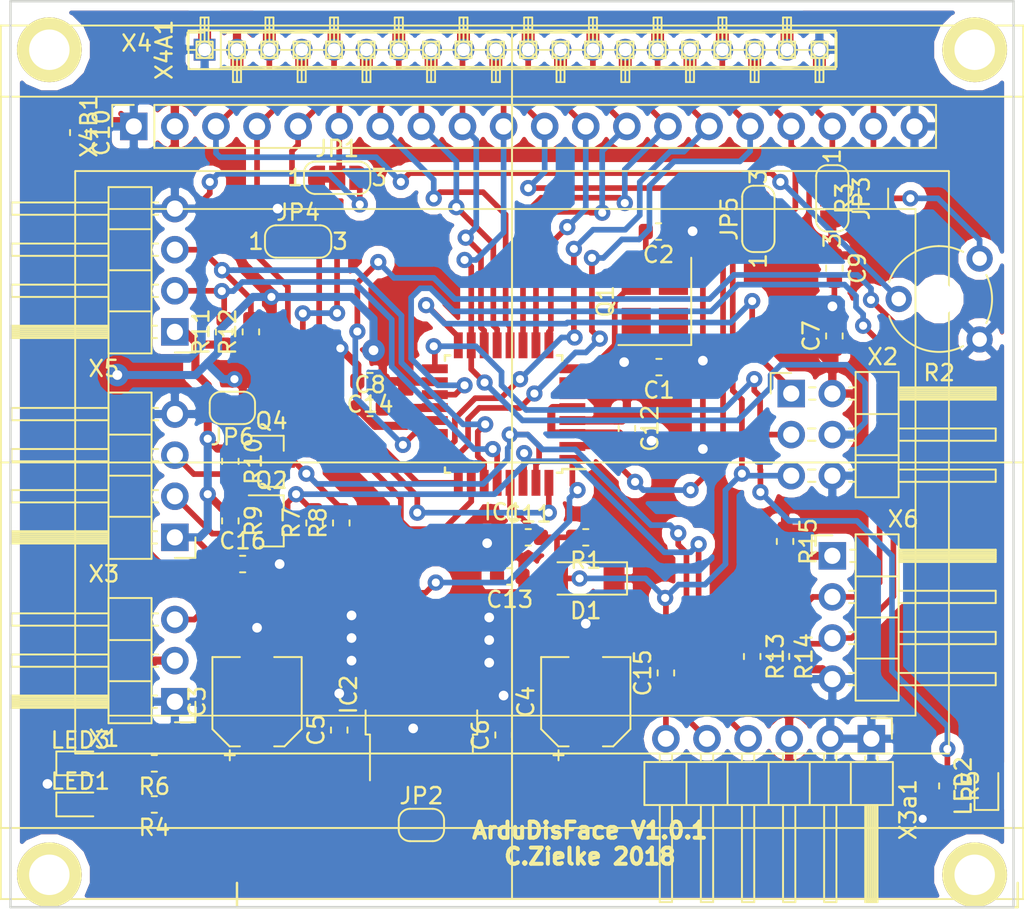
<source format=kicad_pcb>
(kicad_pcb (version 20171130) (host pcbnew "(5.0.0)")
  (title_block (title ArduDisFace) (date 2018-11-19) (rev "V 1.0.1") (company "Claus Zielke"))
  (layers (0 Top signal) (31 Bottom signal) (34 B.Paste user) (35 F.Paste user) (36 B.SilkS user) (37 F.SilkS user) (38 B.Mask user) (39 F.Mask user) (44 Edge.Cuts user))
  (net 0 "")
  (net 1 GND)
  (net 2 VCC)
  (net 3 +12V)
  (net 4 /A5)
  (net 5 /A4)
  (net 6 /A3)
  (net 7 /A2)
  (net 8 /A1)
  (net 9 /A0)
  (net 10 /D13)
  (net 11 /D12)
  (net 12 /D11)
  (net 13 /D10)
  (net 14 /D9)
  (net 15 /D8)
  (net 16 /D7)
  (net 17 /D6)
  (net 18 /D5)
  (net 19 /D4)
  (net 20 /D3)
  (net 21 /D2)
  (net 22 /D1)
  (net 23 /D0)
  (net 24 /RESET)
  (net 25 "Net-(R3-Pad2)")
  (net 26 /VEE)
  (net 27 "Net-(JP1-Pad2)")
  (net 28 /VO)
  (net 29 /XTAL1)
  (net 30 /XTAL2)
  (net 31 "Net-(LED1-Pad2)")
  (net 32 "Net-(LED2-Pad2)")
  (net 33 "Net-(LED3-Pad2)")
  (net 34 /AREF)
  (net 35 "Net-(JP3-Pad2)")
  (net 36 "Net-(JP4-Pad2)")
  (net 37 /DTR)
  (net 38 "Net-(JP5-Pad2)")
  (net 39 "Net-(Q4-Pad2)")
  (net 40 "Net-(Q2-Pad2)")
  (net 41 +3V3)
  (net 42 "Net-(R15-Pad2)")
  (net 43 /A6)
  (net 44 /A7)
  (module Crystal:Crystal_SMD_3225-4Pin_3.2x2.5mm_HandSoldering (layer Top) (at 139.8295 62.5587 90)
    (fp_text reference Q1 (at 0 -3.05 90) (layer F.SilkS))
    (fp_text value 16MHz)
    (pad 4 smd rect (at -1.45 -1.15 90) (size 2.1 1.8) (layers Top F.Paste F.Mask) (net 1 GND))
    (pad 3 smd rect (at 1.45 -1.15 90) (size 2.1 1.8) (layers Top F.Paste F.Mask) (net 30 /XTAL2))
    (pad 2 smd rect (at 1.45 1.15 90) (size 2.1 1.8) (layers Top F.Paste F.Mask) (net 1 GND))
    (pad 1 smd rect (at -1.45 1.15 90) (size 2.1 1.8) (layers Top F.Paste F.Mask) (net 29 /XTAL1))
  )
  (module Capacitor_SMD:C_0603_1608Metric (layer Top) (at 114.3521 78.7946)
    (fp_text reference C16 (at 0 -1.43) (layer F.SilkS))
    (fp_text value 100n)
    (pad 2 smd roundrect (at 0.7875 0) (size 0.875 0.95) (layers Top F.Paste F.Mask) (net 1 GND))
    (pad 1 smd roundrect (at -0.7875 0) (size 0.875 0.95) (layers Top F.Paste F.Mask) (net 41 +3V3))
  )
  (module Connector_PinHeader_2.54mm:PinHeader_1x04_P2.54mm_Horizontal (layer Top) (at 150.8011 78.2866)
    (fp_text reference X6 (at 4.385 -2.27) (layer F.SilkS))
    (fp_text value Touch)
    (pad 4 thru_hole oval (at 0 7.62) (size 1.7 1.7) (drill 1) (layers *.Cu *.Mask) (net 1 GND))
    (pad 3 thru_hole oval (at 0 5.08) (size 1.7 1.7) (drill 1) (layers *.Cu *.Mask) (net 44 /A7))
    (pad 2 thru_hole oval (at 0 2.54) (size 1.7 1.7) (drill 1) (layers *.Cu *.Mask) (net 43 /A6))
    (pad 1 thru_hole rect (at 0 0) (size 1.7 1.7) (drill 1) (layers *.Cu *.Mask) (net 42 "Net-(R15-Pad2)"))
  )
  (module Resistor_SMD:R_0603_1608Metric (layer Top) (at 145.8481 84.5096 270)
    (fp_text reference R13 (at 0 -1.43 270) (layer F.SilkS))
    (fp_text value 1K)
    (pad 2 smd roundrect (at 0.7875 0 270) (size 0.875 0.95) (layers Top F.Paste F.Mask) (net 1 GND))
    (pad 1 smd roundrect (at -0.7875 0 270) (size 0.875 0.95) (layers Top F.Paste F.Mask) (net 43 /A6))
  )
  (module Resistor_SMD:R_0603_1608Metric (layer Top) (at 147.6261 84.5096 270)
    (fp_text reference R14 (at 0 -1.43 270) (layer F.SilkS))
    (fp_text value 1K)
    (pad 2 smd roundrect (at 0.7875 0 270) (size 0.875 0.95) (layers Top F.Paste F.Mask) (net 1 GND))
    (pad 1 smd roundrect (at -0.7875 0 270) (size 0.875 0.95) (layers Top F.Paste F.Mask) (net 44 /A7))
  )
  (module Resistor_SMD:R_0603_1608Metric (layer Top) (at 147.8801 77.3976 270)
    (fp_text reference R15 (at 0 -1.43 270) (layer F.SilkS))
    (fp_text value 47)
    (pad 2 smd roundrect (at 0.7875 0 270) (size 0.875 0.95) (layers Top F.Paste F.Mask) (net 42 "Net-(R15-Pad2)"))
    (pad 1 smd roundrect (at -0.7875 0 270) (size 0.875 0.95) (layers Top F.Paste F.Mask) (net 2 VCC))
  )
  (module Connector_PinHeader_2.54mm:PinHeader_2x03_P2.54mm_Horizontal (layer Top) (at 148.2611 68.2536)
    (fp_text reference X2 (at 5.655 -2.27) (layer F.SilkS))
    (fp_text value ISCP)
    (pad 6 thru_hole oval (at 2.54 5.08) (size 1.7 1.7) (drill 1) (layers *.Cu *.Mask) (net 1 GND))
    (pad 5 thru_hole oval (at 0 5.08) (size 1.7 1.7) (drill 1) (layers *.Cu *.Mask) (net 24 /RESET))
    (pad 4 thru_hole oval (at 2.54 2.54) (size 1.7 1.7) (drill 1) (layers *.Cu *.Mask) (net 12 /D11))
    (pad 3 thru_hole oval (at 0 2.54) (size 1.7 1.7) (drill 1) (layers *.Cu *.Mask) (net 10 /D13))
    (pad 2 thru_hole oval (at 2.54 0) (size 1.7 1.7) (drill 1) (layers *.Cu *.Mask) (net 2 VCC))
    (pad 1 thru_hole rect (at 0 0) (size 1.7 1.7) (drill 1) (layers *.Cu *.Mask) (net 11 /D12))
  )
  (module Jumper:SolderJumper-2_P1.3mm_Open_RoundedPad1.0x1.5mm (layer Top) (at 113.7171 69.1426 180)
    (fp_text reference JP6 (at 0 -1.8 180) (layer F.SilkS))
    (fp_text value 5V)
    (pad 2 smd custom (at 0.65 0 180) (size 1 0.5) (layers Top F.Mask) (net 41 +3V3) (options (clearance outline) (anchor rect)) (primitives (gr_circle (center 0 0.25) (end 0.5 0.25) (width 0)) (gr_circle (center 0 -0.25) (end 0.5 -0.25) (width 0)) (gr_poly (pts (xy 0 -0.75) (xy -0.5 -0.75) (xy -0.5 0.75) (xy 0 0.75)) (width 0))))
    (pad 1 smd custom (at -0.65 0 180) (size 1 0.5) (layers Top F.Mask) (net 2 VCC) (options (clearance outline) (anchor rect)) (primitives (gr_circle (center 0 0.25) (end 0.5 0.25) (width 0)) (gr_circle (center 0 -0.25) (end 0.5 -0.25) (width 0)) (gr_poly (pts (xy 0 -0.75) (xy 0.5 -0.75) (xy 0.5 0.75) (xy 0 0.75)) (width 0))))
  )
  (module Resistor_SMD:R_0603_1608Metric (layer Top) (at 113.2091 64.4436 90)
    (fp_text reference R11 (at 0 -1.43 90) (layer F.SilkS))
    (fp_text value 4K7)
    (pad 2 smd roundrect (at 0.7875 0 90) (size 0.875 0.95) (layers Top F.Paste F.Mask) (net 4 /A5))
    (pad 1 smd roundrect (at -0.7875 0 90) (size 0.875 0.95) (layers Top F.Paste F.Mask) (net 41 +3V3))
  )
  (module Resistor_SMD:R_0603_1608Metric (layer Top) (at 114.8601 64.4436 90)
    (fp_text reference R12 (at 0 -1.43 90) (layer F.SilkS))
    (fp_text value 4K7)
    (pad 2 smd roundrect (at 0.7875 0 90) (size 0.875 0.95) (layers Top F.Paste F.Mask) (net 5 /A4))
    (pad 1 smd roundrect (at -0.7875 0 90) (size 0.875 0.95) (layers Top F.Paste F.Mask) (net 41 +3V3))
  )
  (module Resistor_SMD:R_0603_1608Metric (layer Top) (at 113.5901 76.1276 270)
    (fp_text reference R9 (at 0 -1.43 270) (layer F.SilkS))
    (fp_text value 4K7)
    (pad 2 smd roundrect (at 0.7875 0 270) (size 0.875 0.95) (layers Top F.Paste F.Mask) (net 40 "Net-(Q2-Pad2)"))
    (pad 1 smd roundrect (at -0.7875 0 270) (size 0.875 0.95) (layers Top F.Paste F.Mask) (net 41 +3V3))
  )
  (module Resistor_SMD:R_0603_1608Metric (layer Top) (at 113.5901 72.4446 270)
    (fp_text reference R10 (at 0 -1.43 270) (layer F.SilkS))
    (fp_text value 4K7)
    (pad 2 smd roundrect (at 0.7875 0 270) (size 0.875 0.95) (layers Top F.Paste F.Mask) (net 39 "Net-(Q4-Pad2)"))
    (pad 1 smd roundrect (at -0.7875 0 270) (size 0.875 0.95) (layers Top F.Paste F.Mask) (net 41 +3V3))
  )
  (module Resistor_SMD:R_0603_1608Metric (layer Top) (at 118.7971 76.2546 90)
    (fp_text reference R7 (at 0 -1.43 90) (layer F.SilkS))
    (fp_text value 4K7)
    (pad 2 smd roundrect (at 0.7875 0 90) (size 0.875 0.95) (layers Top F.Paste F.Mask) (net 23 /D0))
    (pad 1 smd roundrect (at -0.7875 0 90) (size 0.875 0.95) (layers Top F.Paste F.Mask) (net 2 VCC))
  )
  (module Resistor_SMD:R_0603_1608Metric (layer Top) (at 120.4481 76.2546 90)
    (fp_text reference R8 (at 0 -1.43 90) (layer F.SilkS))
    (fp_text value 4K7)
    (pad 2 smd roundrect (at 0.7875 0 90) (size 0.875 0.95) (layers Top F.Paste F.Mask) (net 22 /D1))
    (pad 1 smd roundrect (at -0.7875 0 90) (size 0.875 0.95) (layers Top F.Paste F.Mask) (net 2 VCC))
  )
  (module Jumper:SolderJumper-3_P1.3mm_Bridged12_RoundedPad1.0x1.5mm_NumberLabels (layer Top) (at 146.2291 57.4586 90)
    (fp_text reference JP5 (at 0 -1.8 90) (layer F.SilkS))
    (fp_text value G-RES)
    (fp_text user 1 (at -2.6 0 90) (layer F.SilkS))
    (fp_text user 3 (at 2.6 0 90) (layer F.SilkS))
    (pad 2 smd rect (at 0 0 90) (size 1 1.5) (layers Top F.Mask) (net 38 "Net-(JP5-Pad2)"))
    (pad 3 smd custom (at 1.3 0 90) (size 1 0.5) (layers Top F.Mask) (net 24 /RESET) (options (clearance outline) (anchor rect)) (primitives (gr_circle (center 0 0.25) (end 0.5 0.25) (width 0)) (gr_circle (center 0 -0.25) (end 0.5 -0.25) (width 0)) (gr_poly (pts (xy -0.55 -0.75) (xy 0 -0.75) (xy 0 0.75) (xy -0.55 0.75)) (width 0))))
    (pad 1 smd custom (at -1.3 0 90) (size 1 0.5) (layers Top F.Mask) (net 2 VCC) (options (clearance outline) (anchor rect)) (primitives (gr_circle (center 0 0.25) (end 0.5 0.25) (width 0)) (gr_circle (center 0 -0.25) (end 0.5 -0.25) (width 0)) (gr_poly (pts (xy 0.55 -0.75) (xy 0 -0.75) (xy 0 0.75) (xy 0.55 0.75)) (width 0)) (gr_poly (pts (xy 0.4 -0.3) (xy 0.9 -0.3) (xy 0.9 0.3) (xy 0.4 0.3)) (width 0))))
  )
  (module Package_TO_SOT_SMD:SOT-23 (layer Top) (at 116.1301 76.1276)
    (fp_text reference Q2 (at 0 -2.5) (layer F.SilkS))
    (fp_text value BSS138)
    (pad 3 smd rect (at 1 0) (size 0.9 0.8) (layers Top F.Paste F.Mask) (net 23 /D0))
    (pad 2 smd rect (at -1 0.95) (size 0.9 0.8) (layers Top F.Paste F.Mask) (net 40 "Net-(Q2-Pad2)"))
    (pad 1 smd rect (at -1 -0.95) (size 0.9 0.8) (layers Top F.Paste F.Mask) (net 41 +3V3))
  )
  (module Package_TO_SOT_SMD:SOT-23 (layer Top) (at 116.1301 72.4446)
    (fp_text reference Q4 (at 0 -2.5) (layer F.SilkS))
    (fp_text value BSS138)
    (pad 3 smd rect (at 1 0) (size 0.9 0.8) (layers Top F.Paste F.Mask) (net 22 /D1))
    (pad 2 smd rect (at -1 0.95) (size 0.9 0.8) (layers Top F.Paste F.Mask) (net 39 "Net-(Q4-Pad2)"))
    (pad 1 smd rect (at -1 -0.95) (size 0.9 0.8) (layers Top F.Paste F.Mask) (net 41 +3V3))
  )
  (module Capacitor_SMD:C_0603_1608Metric (layer Top) (at 140.5141 85.5256 90)
    (fp_text reference C15 (at 0 -1.43 90) (layer F.SilkS))
    (fp_text value 1uF/10V)
    (pad 2 smd roundrect (at 0.7875 0 90) (size 0.875 0.95) (layers Top F.Paste F.Mask) (net 24 /RESET))
    (pad 1 smd roundrect (at -0.7875 0 90) (size 0.875 0.95) (layers Top F.Paste F.Mask) (net 37 /DTR))
  )
  (module Connector_PinHeader_2.54mm:PinHeader_1x06_P2.54mm_Horizontal (layer Top) (at 153.2141 89.5896 270)
    (fp_text reference X3a1 (at 4.385 -2.27 270) (layer F.SilkS))
    (fp_text value Prog)
    (pad 6 thru_hole oval (at 0 12.7 270) (size 1.7 1.7) (drill 1) (layers *.Cu *.Mask) (net 37 /DTR))
    (pad 5 thru_hole oval (at 0 10.16 270) (size 1.7 1.7) (drill 1) (layers *.Cu *.Mask) (net 22 /D1))
    (pad 4 thru_hole oval (at 0 7.62 270) (size 1.7 1.7) (drill 1) (layers *.Cu *.Mask) (net 23 /D0))
    (pad 3 thru_hole oval (at 0 5.08 270) (size 1.7 1.7) (drill 1) (layers *.Cu *.Mask) (net 2 VCC))
    (pad 2 thru_hole oval (at 0 2.54 270) (size 1.7 1.7) (drill 1) (layers *.Cu *.Mask) (net 1 GND))
    (pad 1 thru_hole rect (at 0 0 270) (size 1.7 1.7) (drill 1) (layers *.Cu *.Mask) (net 1 GND))
  )
  (module Jumper:SolderJumper-3_P1.3mm_Bridged12_RoundedPad1.0x1.5mm_NumberLabels (layer Top) (at 117.7811 58.8556)
    (fp_text reference JP4 (at 0 -1.8) (layer F.SilkS))
    (fp_text value RW-A2)
    (fp_text user 1 (at -2.6 0) (layer F.SilkS))
    (fp_text user 3 (at 2.6 0) (layer F.SilkS))
    (pad 2 smd rect (at 0 0) (size 1 1.5) (layers Top F.Mask) (net 36 "Net-(JP4-Pad2)"))
    (pad 3 smd custom (at 1.3 0) (size 1 0.5) (layers Top F.Mask) (net 7 /A2) (options (clearance outline) (anchor rect)) (primitives (gr_circle (center 0 0.25) (end 0.5 0.25) (width 0)) (gr_circle (center 0 -0.25) (end 0.5 -0.25) (width 0)) (gr_poly (pts (xy -0.55 -0.75) (xy 0 -0.75) (xy 0 0.75) (xy -0.55 0.75)) (width 0))))
    (pad 1 smd custom (at -1.3 0) (size 1 0.5) (layers Top F.Mask) (net 1 GND) (options (clearance outline) (anchor rect)) (primitives (gr_circle (center 0 0.25) (end 0.5 0.25) (width 0)) (gr_circle (center 0 -0.25) (end 0.5 -0.25) (width 0)) (gr_poly (pts (xy 0.55 -0.75) (xy 0 -0.75) (xy 0 0.75) (xy 0.55 0.75)) (width 0)) (gr_poly (pts (xy 0.4 -0.3) (xy 0.9 -0.3) (xy 0.9 0.3) (xy 0.4 0.3)) (width 0))))
  )
  (module Jumper:SolderJumper-3_P1.3mm_Bridged12_RoundedPad1.0x1.5mm_NumberLabels (layer Top) (at 150.8011 56.1886 270)
    (fp_text reference JP3 (at 0 -1.8 270) (layer F.SilkS))
    (fp_text value VEE-VCC)
    (fp_text user 1 (at -2.6 0 270) (layer F.SilkS))
    (fp_text user 3 (at 2.6 0 270) (layer F.SilkS))
    (pad 2 smd rect (at 0 0 270) (size 1 1.5) (layers Top F.Mask) (net 35 "Net-(JP3-Pad2)"))
    (pad 3 smd custom (at 1.3 0 270) (size 1 0.5) (layers Top F.Mask) (net 2 VCC) (options (clearance outline) (anchor rect)) (primitives (gr_circle (center 0 0.25) (end 0.5 0.25) (width 0)) (gr_circle (center 0 -0.25) (end 0.5 -0.25) (width 0)) (gr_poly (pts (xy -0.55 -0.75) (xy 0 -0.75) (xy 0 0.75) (xy -0.55 0.75)) (width 0))))
    (pad 1 smd custom (at -1.3 0 270) (size 1 0.5) (layers Top F.Mask) (net 26 /VEE) (options (clearance outline) (anchor rect)) (primitives (gr_circle (center 0 0.25) (end 0.5 0.25) (width 0)) (gr_circle (center 0 -0.25) (end 0.5 -0.25) (width 0)) (gr_poly (pts (xy 0.55 -0.75) (xy 0 -0.75) (xy 0 0.75) (xy 0.55 0.75)) (width 0)) (gr_poly (pts (xy 0.4 -0.3) (xy 0.9 -0.3) (xy 0.9 0.3) (xy 0.4 0.3)) (width 0))))
  )
  (module Jumper:SolderJumper-3_P1.3mm_Bridged12_RoundedPad1.0x1.5mm_NumberLabels (layer Top) (at 120.1941 54.9186)
    (fp_text reference JP1 (at 0 -1.8) (layer F.SilkS))
    (fp_text value D2/A4=En)
    (fp_text user 1 (at -2.6 0) (layer F.SilkS))
    (fp_text user 3 (at 2.6 0) (layer F.SilkS))
    (pad 2 smd rect (at 0 0) (size 1 1.5) (layers Top F.Mask) (net 27 "Net-(JP1-Pad2)"))
    (pad 3 smd custom (at 1.3 0) (size 1 0.5) (layers Top F.Mask) (net 5 /A4) (options (clearance outline) (anchor rect)) (primitives (gr_circle (center 0 0.25) (end 0.5 0.25) (width 0)) (gr_circle (center 0 -0.25) (end 0.5 -0.25) (width 0)) (gr_poly (pts (xy -0.55 -0.75) (xy 0 -0.75) (xy 0 0.75) (xy -0.55 0.75)) (width 0))))
    (pad 1 smd custom (at -1.3 0) (size 1 0.5) (layers Top F.Mask) (net 21 /D2) (options (clearance outline) (anchor rect)) (primitives (gr_circle (center 0 0.25) (end 0.5 0.25) (width 0)) (gr_circle (center 0 -0.25) (end 0.5 -0.25) (width 0)) (gr_poly (pts (xy 0.55 -0.75) (xy 0 -0.75) (xy 0 0.75) (xy 0.55 0.75)) (width 0)) (gr_poly (pts (xy 0.4 -0.3) (xy 0.9 -0.3) (xy 0.9 0.3) (xy 0.4 0.3)) (width 0))))
  )
  (module Capacitor_SMD:C_0603_1608Metric (layer Top) (at 130.8621 79.5566 180)
    (fp_text reference C13 (at 0 -1.43 180) (layer F.SilkS))
    (fp_text value 100n)
    (pad 2 smd roundrect (at 0.7875 0 180) (size 0.875 0.95) (layers Top F.Paste F.Mask) (net 1 GND))
    (pad 1 smd roundrect (at -0.7875 0 180) (size 0.875 0.95) (layers Top F.Paste F.Mask) (net 2 VCC))
  )
  (module Capacitor_SMD:C_0603_1608Metric (layer Top) (at 138.1011 70.4126 270)
    (fp_text reference C12 (at 0 -1.43 270) (layer F.SilkS))
    (fp_text value 100n)
    (pad 2 smd roundrect (at 0.7875 0 270) (size 0.875 0.95) (layers Top F.Paste F.Mask) (net 1 GND))
    (pad 1 smd roundrect (at -0.7875 0 270) (size 0.875 0.95) (layers Top F.Paste F.Mask) (net 2 VCC))
  )
  (module Capacitor_SMD:C_0603_1608Metric (layer Top) (at 122.2261 67.4916 180)
    (fp_text reference C14 (at 0 -1.43 180) (layer F.SilkS))
    (fp_text value 100n)
    (pad 2 smd roundrect (at 0.7875 0 180) (size 0.875 0.95) (layers Top F.Paste F.Mask) (net 1 GND))
    (pad 1 smd roundrect (at -0.7875 0 180) (size 0.875 0.95) (layers Top F.Paste F.Mask) (net 2 VCC))
  )
  (module Capacitor_SMD:C_0603_1608Metric (layer Top) (at 132.0051 77.1436)
    (fp_text reference C11 (at 0 -1.43) (layer F.SilkS))
    (fp_text value 100n)
    (pad 2 smd roundrect (at 0.7875 0) (size 0.875 0.95) (layers Top F.Paste F.Mask) (net 24 /RESET))
    (pad 1 smd roundrect (at -0.7875 0) (size 0.875 0.95) (layers Top F.Paste F.Mask) (net 1 GND))
  )
  (module Zielke:MG12064E (layer Top) (at 112.0011 47.0036)
    (fp_text reference X4 (at -4.2 -0.4 180) (layer F.SilkS))
    (fp_text value LCD)
    (pad 20 smd rect (at 38 1.2) (size 0.8 2) (layers Top F.Paste F.Mask) (net 1 GND))
    (pad 19 smd rect (at 36 -1.2) (size 0.8 2) (layers Top F.Paste F.Mask) (net 25 "Net-(R3-Pad2)"))
    (pad 18 smd rect (at 34 1.2) (size 0.8 2) (layers Top F.Paste F.Mask) (net 26 /VEE))
    (pad 17 smd rect (at 32 -1.2) (size 0.8 2) (layers Top F.Paste F.Mask) (net 38 "Net-(JP5-Pad2)"))
    (pad 16 smd rect (at 30 1.2) (size 0.8 2) (layers Top F.Paste F.Mask) (net 8 /A1))
    (pad 15 smd rect (at 28 -1.2) (size 0.8 2) (layers Top F.Paste F.Mask) (net 9 /A0))
    (pad 14 smd rect (at 26 1.2) (size 0.8 2) (layers Top F.Paste F.Mask) (net 16 /D7))
    (pad 13 smd rect (at 24 -1.2) (size 0.8 2) (layers Top F.Paste F.Mask) (net 17 /D6))
    (pad 12 smd rect (at 22 1.2) (size 0.8 2) (layers Top F.Paste F.Mask) (net 18 /D5))
    (pad 11 smd rect (at 20 -1.2) (size 0.8 2) (layers Top F.Paste F.Mask) (net 19 /D4))
    (pad 10 smd rect (at 18 1.2) (size 0.8 2) (layers Top F.Paste F.Mask) (net 12 /D11))
    (pad 9 smd rect (at 16 -1.2) (size 0.8 2) (layers Top F.Paste F.Mask) (net 13 /D10))
    (pad 8 smd rect (at 14 1) (size 0.8 2) (layers Top F.Paste F.Mask) (net 14 /D9))
    (pad 7 smd rect (at 12 -1.2) (size 0.8 2) (layers Top F.Paste F.Mask) (net 15 /D8))
    (pad 6 smd rect (at 10 1.2) (size 0.8 2) (layers Top F.Paste F.Mask) (net 27 "Net-(JP1-Pad2)"))
    (pad 5 smd rect (at 8 -1.2) (size 0.8 2) (layers Top F.Paste F.Mask) (net 36 "Net-(JP4-Pad2)"))
    (pad 4 smd rect (at 6 1.2) (size 0.8 2) (layers Top F.Paste F.Mask) (net 6 /A3))
    (pad 3 smd rect (at 4 -1.2) (size 0.8 2) (layers Top F.Paste F.Mask) (net 28 /VO))
    (pad 2 smd rect (at 2 1.2) (size 0.8 2) (layers Top F.Paste F.Mask) (net 2 VCC))
    (pad 1 smd rect (at 0 -1.2) (size 0.8 2) (layers Top F.Paste F.Mask) (net 1 GND))
    (pad "" np_thru_hole circle (at 47.6 51) (size 4 4) (drill 2.5) (layers *.Cu *.Mask F.SilkS))
    (pad "" np_thru_hole circle (at -9.6 51) (size 4 4) (drill 2.5) (layers *.Cu *.Mask F.SilkS))
    (pad "" np_thru_hole circle (at 47.6 0) (size 4 4) (drill 2.5) (layers *.Cu *.Mask F.SilkS))
    (pad "" np_thru_hole circle (at -9.6 0) (size 4 4) (drill 2.5) (layers *.Cu *.Mask F.SilkS))
  )
  (module Connector_PinSocket_2.00mm:PinSocket_1x20_P2.00mm_Vertical (layer Top) (at 112.0011 47.0036 90)
    (fp_text reference X4A1 (at 0 -2.5 90) (layer F.SilkS))
    (fp_text value LCD-A)
    (pad 20 thru_hole oval (at 0 38 90) (size 1.35 1.35) (drill 0.8) (layers *.Cu *.Mask) (net 1 GND))
    (pad 19 thru_hole oval (at 0 36 90) (size 1.35 1.35) (drill 0.8) (layers *.Cu *.Mask) (net 25 "Net-(R3-Pad2)"))
    (pad 18 thru_hole oval (at 0 34 90) (size 1.35 1.35) (drill 0.8) (layers *.Cu *.Mask) (net 26 /VEE))
    (pad 17 thru_hole oval (at 0 32 90) (size 1.35 1.35) (drill 0.8) (layers *.Cu *.Mask) (net 38 "Net-(JP5-Pad2)"))
    (pad 16 thru_hole oval (at 0 30 90) (size 1.35 1.35) (drill 0.8) (layers *.Cu *.Mask) (net 8 /A1))
    (pad 15 thru_hole oval (at 0 28 90) (size 1.35 1.35) (drill 0.8) (layers *.Cu *.Mask) (net 9 /A0))
    (pad 14 thru_hole oval (at 0 26 90) (size 1.35 1.35) (drill 0.8) (layers *.Cu *.Mask) (net 16 /D7))
    (pad 13 thru_hole oval (at 0 24 90) (size 1.35 1.35) (drill 0.8) (layers *.Cu *.Mask) (net 17 /D6))
    (pad 12 thru_hole oval (at 0 22 90) (size 1.35 1.35) (drill 0.8) (layers *.Cu *.Mask) (net 18 /D5))
    (pad 11 thru_hole oval (at 0 20 90) (size 1.35 1.35) (drill 0.8) (layers *.Cu *.Mask) (net 19 /D4))
    (pad 10 thru_hole oval (at 0 18 90) (size 1.35 1.35) (drill 0.8) (layers *.Cu *.Mask) (net 12 /D11))
    (pad 9 thru_hole oval (at 0 16 90) (size 1.35 1.35) (drill 0.8) (layers *.Cu *.Mask) (net 13 /D10))
    (pad 8 thru_hole oval (at 0 14 90) (size 1.35 1.35) (drill 0.8) (layers *.Cu *.Mask) (net 14 /D9))
    (pad 7 thru_hole oval (at 0 12 90) (size 1.35 1.35) (drill 0.8) (layers *.Cu *.Mask) (net 15 /D8))
    (pad 6 thru_hole oval (at 0 10 90) (size 1.35 1.35) (drill 0.8) (layers *.Cu *.Mask) (net 27 "Net-(JP1-Pad2)"))
    (pad 5 thru_hole oval (at 0 8 90) (size 1.35 1.35) (drill 0.8) (layers *.Cu *.Mask) (net 36 "Net-(JP4-Pad2)"))
    (pad 4 thru_hole oval (at 0 6 90) (size 1.35 1.35) (drill 0.8) (layers *.Cu *.Mask) (net 6 /A3))
    (pad 3 thru_hole oval (at 0 4 90) (size 1.35 1.35) (drill 0.8) (layers *.Cu *.Mask) (net 28 /VO))
    (pad 2 thru_hole oval (at 0 2 90) (size 1.35 1.35) (drill 0.8) (layers *.Cu *.Mask) (net 2 VCC))
    (pad 1 thru_hole rect (at 0 0 90) (size 1.35 1.35) (drill 0.8) (layers *.Cu *.Mask) (net 1 GND))
  )
  (module Connector_PinSocket_2.54mm:PinSocket_1x20_P2.54mm_Vertical (layer Top) (at 107.6211 51.7436 90)
    (fp_text reference X4B1 (at 0 -2.77 90) (layer F.SilkS))
    (fp_text value LCD-B)
    (pad 20 thru_hole oval (at 0 48.26 90) (size 1.7 1.7) (drill 1) (layers *.Cu *.Mask) (net 1 GND))
    (pad 19 thru_hole oval (at 0 45.72 90) (size 1.7 1.7) (drill 1) (layers *.Cu *.Mask) (net 25 "Net-(R3-Pad2)"))
    (pad 18 thru_hole oval (at 0 43.18 90) (size 1.7 1.7) (drill 1) (layers *.Cu *.Mask) (net 26 /VEE))
    (pad 17 thru_hole oval (at 0 40.64 90) (size 1.7 1.7) (drill 1) (layers *.Cu *.Mask) (net 38 "Net-(JP5-Pad2)"))
    (pad 16 thru_hole oval (at 0 38.1 90) (size 1.7 1.7) (drill 1) (layers *.Cu *.Mask) (net 8 /A1))
    (pad 15 thru_hole oval (at 0 35.56 90) (size 1.7 1.7) (drill 1) (layers *.Cu *.Mask) (net 9 /A0))
    (pad 14 thru_hole oval (at 0 33.02 90) (size 1.7 1.7) (drill 1) (layers *.Cu *.Mask) (net 16 /D7))
    (pad 13 thru_hole oval (at 0 30.48 90) (size 1.7 1.7) (drill 1) (layers *.Cu *.Mask) (net 17 /D6))
    (pad 12 thru_hole oval (at 0 27.94 90) (size 1.7 1.7) (drill 1) (layers *.Cu *.Mask) (net 18 /D5))
    (pad 11 thru_hole oval (at 0 25.4 90) (size 1.7 1.7) (drill 1) (layers *.Cu *.Mask) (net 19 /D4))
    (pad 10 thru_hole oval (at 0 22.86 90) (size 1.7 1.7) (drill 1) (layers *.Cu *.Mask) (net 12 /D11))
    (pad 9 thru_hole oval (at 0 20.32 90) (size 1.7 1.7) (drill 1) (layers *.Cu *.Mask) (net 13 /D10))
    (pad 8 thru_hole oval (at 0 17.78 90) (size 1.7 1.7) (drill 1) (layers *.Cu *.Mask) (net 14 /D9))
    (pad 7 thru_hole oval (at 0 15.24 90) (size 1.7 1.7) (drill 1) (layers *.Cu *.Mask) (net 15 /D8))
    (pad 6 thru_hole oval (at 0 12.7 90) (size 1.7 1.7) (drill 1) (layers *.Cu *.Mask) (net 27 "Net-(JP1-Pad2)"))
    (pad 5 thru_hole oval (at 0 10.16 90) (size 1.7 1.7) (drill 1) (layers *.Cu *.Mask) (net 36 "Net-(JP4-Pad2)"))
    (pad 4 thru_hole oval (at 0 7.62 90) (size 1.7 1.7) (drill 1) (layers *.Cu *.Mask) (net 6 /A3))
    (pad 3 thru_hole oval (at 0 5.08 90) (size 1.7 1.7) (drill 1) (layers *.Cu *.Mask) (net 28 /VO))
    (pad 2 thru_hole oval (at 0 2.54 90) (size 1.7 1.7) (drill 1) (layers *.Cu *.Mask) (net 2 VCC))
    (pad 1 thru_hole rect (at 0 0 90) (size 1.7 1.7) (drill 1) (layers *.Cu *.Mask) (net 1 GND))
  )
  (module Diode_SMD:D_0603_1608Metric (layer Top) (at 104.3191 91.1136)
    (fp_text reference LED3 (at 0 -1.43) (layer F.SilkS))
    (fp_text value grün)
    (pad 2 smd roundrect (at 0.7875 0) (size 0.875 0.95) (layers Top F.Paste F.Mask) (net 33 "Net-(LED3-Pad2)"))
    (pad 1 smd roundrect (at -0.7875 0) (size 0.875 0.95) (layers Top F.Paste F.Mask) (net 1 GND))
  )
  (module Resistor_SMD:R_0603_1608Metric (layer Top) (at 108.8911 91.1136 180)
    (fp_text reference R6 (at 0 -1.43 180) (layer F.SilkS))
    (fp_text value 2K2)
    (pad 2 smd roundrect (at 0.7875 0 180) (size 0.875 0.95) (layers Top F.Paste F.Mask) (net 33 "Net-(LED3-Pad2)"))
    (pad 1 smd roundrect (at -0.7875 0 180) (size 0.875 0.95) (layers Top F.Paste F.Mask) (net 3 +12V))
  )
  (module Jumper:SolderJumper-2_P1.3mm_Open_RoundedPad1.0x1.5mm (layer Top) (at 125.4011 94.9236)
    (fp_text reference JP2 (at 0 -1.8) (layer F.SilkS))
    (fp_text value SolderJumper_2_Open)
    (pad 2 smd custom (at 0.65 0) (size 1 0.5) (layers Top F.Mask) (net 2 VCC) (options (clearance outline) (anchor rect)) (primitives (gr_circle (center 0 0.25) (end 0.5 0.25) (width 0)) (gr_circle (center 0 -0.25) (end 0.5 -0.25) (width 0)) (gr_poly (pts (xy 0 -0.75) (xy -0.5 -0.75) (xy -0.5 0.75) (xy 0 0.75)) (width 0))))
    (pad 1 smd custom (at -0.65 0) (size 1 0.5) (layers Top F.Mask) (net 3 +12V) (options (clearance outline) (anchor rect)) (primitives (gr_circle (center 0 0.25) (end 0.5 0.25) (width 0)) (gr_circle (center 0 -0.25) (end 0.5 -0.25) (width 0)) (gr_poly (pts (xy 0 -0.75) (xy 0.5 -0.75) (xy 0.5 0.75) (xy 0 0.75)) (width 0))))
  )
  (module Potentiometer_THT:Potentiometer_Piher_PT-6-V_Vertical_Hole (layer Top) (at 159.9051 59.9116 180)
    (fp_text reference R2 (at 2.5 -7.06 180) (layer F.SilkS))
    (fp_text value 47K)
    (pad "" np_thru_hole circle (at 2.5 -2.5 180) (size 2 2) (drill 2) (layers *.Cu *.Mask))
    (pad 1 thru_hole circle (at 0 0 180) (size 1.62 1.62) (drill 0.9) (layers *.Cu *.Mask) (net 35 "Net-(JP3-Pad2)"))
    (pad 2 thru_hole circle (at 5 -2.5 180) (size 1.62 1.62) (drill 0.9) (layers *.Cu *.Mask) (net 28 /VO))
    (pad 3 thru_hole circle (at 0 -5 180) (size 1.62 1.62) (drill 0.9) (layers *.Cu *.Mask) (net 1 GND))
  )
  (module Resistor_SMD:R_1206_3216Metric (layer Top) (at 153.3411 56.1886 90)
    (fp_text reference R3 (at 0 -1.82 90) (layer F.SilkS))
    (fp_text value 47)
    (pad 2 smd roundrect (at 1.4 0 90) (size 1.25 1.75) (layers Top F.Paste F.Mask) (roundrect_rratio 0.2) (net 25 "Net-(R3-Pad2)"))
    (pad 1 smd roundrect (at -1.4 0 90) (size 1.25 1.75) (layers Top F.Paste F.Mask) (roundrect_rratio 0.2) (net 2 VCC))
  )
  (module Capacitor_SMD:C_0603_1608Metric (layer Top) (at 150.9281 60.5066 270)
    (fp_text reference C9 (at 0 -1.43 270) (layer F.SilkS))
    (fp_text value 100n)
    (pad 2 smd roundrect (at 0.7875 0 270) (size 0.875 0.95) (layers Top F.Paste F.Mask) (net 1 GND))
    (pad 1 smd roundrect (at -0.7875 0 270) (size 0.875 0.95) (layers Top F.Paste F.Mask) (net 2 VCC))
  )
  (module Capacitor_SMD:C_0603_1608Metric (layer Top) (at 104.1921 52.1246 270)
    (fp_text reference C10 (at 0 -1.43 270) (layer F.SilkS))
    (fp_text value 100n)
    (pad 2 smd roundrect (at 0.7875 0 270) (size 0.875 0.95) (layers Top F.Paste F.Mask) (net 2 VCC))
    (pad 1 smd roundrect (at -0.7875 0 270) (size 0.875 0.95) (layers Top F.Paste F.Mask) (net 1 GND))
  )
  (module Capacitor_SMD:C_0603_1608Metric (layer Top) (at 140.0835 66.6227 180)
    (fp_text reference C1 (at 0 -1.43 180) (layer F.SilkS))
    (fp_text value 10p)
    (pad 2 smd roundrect (at 0.7875 0 180) (size 0.875 0.95) (layers Top F.Paste F.Mask) (net 1 GND))
    (pad 1 smd roundrect (at -0.7875 0 180) (size 0.875 0.95) (layers Top F.Paste F.Mask) (net 29 /XTAL1))
  )
  (module Capacitor_SMD:C_0603_1608Metric (layer Top) (at 140.058 58.2407 180)
    (fp_text reference C2 (at 0 -1.43 180) (layer F.SilkS))
    (fp_text value 10p)
    (pad 2 smd roundrect (at 0.7875 0 180) (size 0.875 0.95) (layers Top F.Paste F.Mask) (net 30 /XTAL2))
    (pad 1 smd roundrect (at -0.7875 0 180) (size 0.875 0.95) (layers Top F.Paste F.Mask) (net 1 GND))
  )
  (module Capacitor_SMD:C_0603_1608Metric (layer Top) (at 150.9281 64.6976 90)
    (fp_text reference C7 (at 0 -1.43 90) (layer F.SilkS))
    (fp_text value 100n)
    (pad 2 smd roundrect (at 0.7875 0 90) (size 0.875 0.95) (layers Top F.Paste F.Mask) (net 1 GND))
    (pad 1 smd roundrect (at -0.7875 0 90) (size 0.875 0.95) (layers Top F.Paste F.Mask) (net 2 VCC))
  )
  (module Capacitor_SMD:C_0603_1608Metric (layer Top) (at 122.2261 69.1426)
    (fp_text reference C8 (at 0 -1.43) (layer F.SilkS))
    (fp_text value 100n)
    (pad 2 smd roundrect (at 0.7875 0) (size 0.875 0.95) (layers Top F.Paste F.Mask) (net 34 /AREF))
    (pad 1 smd roundrect (at -0.7875 0) (size 0.875 0.95) (layers Top F.Paste F.Mask) (net 1 GND))
  )
  (module Capacitor_SMD:C_0603_1608Metric (layer Top) (at 120.3211 89.0561 90)
    (fp_text reference C5 (at 0 -1.43 90) (layer F.SilkS))
    (fp_text value 100n)
    (pad 2 smd roundrect (at 0.7875 0 90) (size 0.875 0.95) (layers Top F.Paste F.Mask) (net 1 GND))
    (pad 1 smd roundrect (at -0.7875 0 90) (size 0.875 0.95) (layers Top F.Paste F.Mask) (net 3 +12V))
  )
  (module Capacitor_SMD:C_0603_1608Metric (layer Top) (at 130.4811 89.3611 90)
    (fp_text reference C6 (at 0 -1.43 90) (layer F.SilkS))
    (fp_text value 100n)
    (pad 2 smd roundrect (at 0.7875 0 90) (size 0.875 0.95) (layers Top F.Paste F.Mask) (net 1 GND))
    (pad 1 smd roundrect (at -0.7875 0 90) (size 0.875 0.95) (layers Top F.Paste F.Mask) (net 2 VCC))
  )
  (module Package_QFP:TQFP-32_7x7mm_P0.8mm (layer Top) (at 130.4811 69.5236 180)
    (fp_text reference IC1 (at 0 -6.05 180) (layer F.SilkS))
    (fp_text value ATmega328P-AU)
    (pad 32 smd rect (at -2.8 -4.25 270) (size 1.6 0.55) (layers Top F.Paste F.Mask) (net 21 /D2))
    (pad 31 smd rect (at -2 -4.25 270) (size 1.6 0.55) (layers Top F.Paste F.Mask) (net 22 /D1))
    (pad 30 smd rect (at -1.2 -4.25 270) (size 1.6 0.55) (layers Top F.Paste F.Mask) (net 23 /D0))
    (pad 29 smd rect (at -0.4 -4.25 270) (size 1.6 0.55) (layers Top F.Paste F.Mask) (net 24 /RESET))
    (pad 28 smd rect (at 0.4 -4.25 270) (size 1.6 0.55) (layers Top F.Paste F.Mask) (net 4 /A5))
    (pad 27 smd rect (at 1.2 -4.25 270) (size 1.6 0.55) (layers Top F.Paste F.Mask) (net 5 /A4))
    (pad 26 smd rect (at 2 -4.25 270) (size 1.6 0.55) (layers Top F.Paste F.Mask) (net 6 /A3))
    (pad 25 smd rect (at 2.8 -4.25 270) (size 1.6 0.55) (layers Top F.Paste F.Mask) (net 7 /A2))
    (pad 24 smd rect (at 4.25 -2.8 180) (size 1.6 0.55) (layers Top F.Paste F.Mask) (net 8 /A1))
    (pad 23 smd rect (at 4.25 -2 180) (size 1.6 0.55) (layers Top F.Paste F.Mask) (net 9 /A0))
    (pad 22 smd rect (at 4.25 -1.2 180) (size 1.6 0.55) (layers Top F.Paste F.Mask) (net 44 /A7))
    (pad 21 smd rect (at 4.25 -0.4 180) (size 1.6 0.55) (layers Top F.Paste F.Mask) (net 1 GND))
    (pad 20 smd rect (at 4.25 0.4 180) (size 1.6 0.55) (layers Top F.Paste F.Mask) (net 34 /AREF))
    (pad 19 smd rect (at 4.25 1.2 180) (size 1.6 0.55) (layers Top F.Paste F.Mask) (net 43 /A6))
    (pad 18 smd rect (at 4.25 2 180) (size 1.6 0.55) (layers Top F.Paste F.Mask) (net 2 VCC))
    (pad 17 smd rect (at 4.25 2.8 180) (size 1.6 0.55) (layers Top F.Paste F.Mask) (net 10 /D13))
    (pad 16 smd rect (at 2.8 4.25 270) (size 1.6 0.55) (layers Top F.Paste F.Mask) (net 11 /D12))
    (pad 15 smd rect (at 2 4.25 270) (size 1.6 0.55) (layers Top F.Paste F.Mask) (net 12 /D11))
    (pad 14 smd rect (at 1.2 4.25 270) (size 1.6 0.55) (layers Top F.Paste F.Mask) (net 13 /D10))
    (pad 13 smd rect (at 0.4 4.25 270) (size 1.6 0.55) (layers Top F.Paste F.Mask) (net 14 /D9))
    (pad 12 smd rect (at -0.4 4.25 270) (size 1.6 0.55) (layers Top F.Paste F.Mask) (net 15 /D8))
    (pad 11 smd rect (at -1.2 4.25 270) (size 1.6 0.55) (layers Top F.Paste F.Mask) (net 16 /D7))
    (pad 10 smd rect (at -2 4.25 270) (size 1.6 0.55) (layers Top F.Paste F.Mask) (net 17 /D6))
    (pad 9 smd rect (at -2.8 4.25 270) (size 1.6 0.55) (layers Top F.Paste F.Mask) (net 18 /D5))
    (pad 8 smd rect (at -4.25 2.8 180) (size 1.6 0.55) (layers Top F.Paste F.Mask) (net 30 /XTAL2))
    (pad 7 smd rect (at -4.25 2 180) (size 1.6 0.55) (layers Top F.Paste F.Mask) (net 29 /XTAL1))
    (pad 6 smd rect (at -4.25 1.2 180) (size 1.6 0.55) (layers Top F.Paste F.Mask) (net 2 VCC))
    (pad 5 smd rect (at -4.25 0.4 180) (size 1.6 0.55) (layers Top F.Paste F.Mask) (net 1 GND))
    (pad 4 smd rect (at -4.25 -0.4 180) (size 1.6 0.55) (layers Top F.Paste F.Mask) (net 2 VCC))
    (pad 3 smd rect (at -4.25 -1.2 180) (size 1.6 0.55) (layers Top F.Paste F.Mask) (net 1 GND))
    (pad 2 smd rect (at -4.25 -2 180) (size 1.6 0.55) (layers Top F.Paste F.Mask) (net 19 /D4))
    (pad 1 smd rect (at -4.25 -2.8 180) (size 1.6 0.55) (layers Top F.Paste F.Mask) (net 20 /D3))
  )
  (module Package_TO_SOT_SMD:TO-252-2 (layer Top) (at 125.4011 86.8636 90)
    (fp_text reference IC2 (at 0 -4.5 90) (layer F.SilkS))
    (fp_text value LP2950-5.0_TO252)
    (pad 2 smd rect (at 2.1 0 90) (size 6.4 5.8) (layers Top F.Mask) (net 1 GND))
    (pad 3 smd rect (at -4.2 2.28 90) (size 2.2 1.2) (layers Top F.Paste F.Mask) (net 2 VCC))
    (pad 1 smd rect (at -4.2 -2.28 90) (size 2.2 1.2) (layers Top F.Paste F.Mask) (net 3 +12V))
  )
  (module Capacitor_SMD:CP_Elec_5x5.8 (layer Top) (at 115.2411 87.3036 90)
    (fp_text reference C3 (at 0 -3.7 90) (layer F.SilkS))
    (fp_text value 10uF-35V)
    (pad 2 smd rect (at 2.2 0 90) (size 3 1.6) (layers Top F.Paste F.Mask) (net 1 GND))
    (pad 1 smd rect (at -2.2 0 90) (size 3 1.6) (layers Top F.Paste F.Mask) (net 3 +12V))
  )
  (module Capacitor_SMD:CP_Elec_5x5.8 (layer Top) (at 135.5611 87.3036 90)
    (fp_text reference C4 (at 0 -3.7 90) (layer F.SilkS))
    (fp_text value 10uF-35V)
    (pad 2 smd rect (at 2.2 0 90) (size 3 1.6) (layers Top F.Paste F.Mask) (net 1 GND))
    (pad 1 smd rect (at -2.2 0 90) (size 3 1.6) (layers Top F.Paste F.Mask) (net 2 VCC))
  )
  (module Diode_SMD:D_0603_1608Metric (layer Top) (at 104.3191 93.6536)
    (fp_text reference LED1 (at 0 -1.43) (layer F.SilkS))
    (fp_text value grün)
    (pad 2 smd roundrect (at 0.7875 0) (size 0.875 0.95) (layers Top F.Paste F.Mask) (net 31 "Net-(LED1-Pad2)"))
    (pad 1 smd roundrect (at -0.7875 0) (size 0.875 0.95) (layers Top F.Paste F.Mask) (net 1 GND))
  )
  (module Resistor_SMD:R_0603_1608Metric (layer Top) (at 108.8911 93.6536 180)
    (fp_text reference R4 (at 0 -1.43 180) (layer F.SilkS))
    (fp_text value 470)
    (pad 2 smd roundrect (at 0.7875 0 180) (size 0.875 0.95) (layers Top F.Paste F.Mask) (net 31 "Net-(LED1-Pad2)"))
    (pad 1 smd roundrect (at -0.7875 0 180) (size 0.875 0.95) (layers Top F.Paste F.Mask) (net 2 VCC))
  )
  (module Diode_SMD:D_MiniMELF (layer Top) (at 135.5611 79.6836 180)
    (fp_text reference D1 (at 0 -2 180) (layer F.SilkS))
    (fp_text value 1N4148)
    (pad 2 smd rect (at 1.75 0 180) (size 1.3 1.7) (layers Top F.Paste F.Mask) (net 24 /RESET))
    (pad 1 smd rect (at -1.75 0 180) (size 1.3 1.7) (layers Top F.Paste F.Mask) (net 2 VCC))
  )
  (module Resistor_SMD:R_0603_1608Metric (layer Top) (at 135.5611 77.1436 180)
    (fp_text reference R1 (at 0 -1.43 180) (layer F.SilkS))
    (fp_text value 10K)
    (pad 2 smd roundrect (at 0.7875 0 180) (size 0.875 0.95) (layers Top F.Paste F.Mask) (net 24 /RESET))
    (pad 1 smd roundrect (at -0.7875 0 180) (size 0.875 0.95) (layers Top F.Paste F.Mask) (net 2 VCC))
  )
  (module Connector_PinHeader_2.54mm:PinHeader_1x04_P2.54mm_Horizontal (layer Top) (at 110.1611 77.1436 180)
    (fp_text reference X3 (at 4.385 -2.27 180) (layer F.SilkS))
    (fp_text value RS232-RPI)
    (pad 4 thru_hole oval (at 0 7.62 180) (size 1.7 1.7) (drill 1) (layers *.Cu *.Mask) (net 1 GND))
    (pad 3 thru_hole oval (at 0 5.08 180) (size 1.7 1.7) (drill 1) (layers *.Cu *.Mask) (net 39 "Net-(Q4-Pad2)"))
    (pad 2 thru_hole oval (at 0 2.54 180) (size 1.7 1.7) (drill 1) (layers *.Cu *.Mask) (net 40 "Net-(Q2-Pad2)"))
    (pad 1 thru_hole rect (at 0 0 180) (size 1.7 1.7) (drill 1) (layers *.Cu *.Mask) (net 41 +3V3))
  )
  (module Connector_PinHeader_2.54mm:PinHeader_1x04_P2.54mm_Horizontal (layer Top) (at 110.1611 64.4436 180)
    (fp_text reference X5 (at 4.385 -2.27 180) (layer F.SilkS))
    (fp_text value I2C)
    (pad 4 thru_hole oval (at 0 7.62 180) (size 1.7 1.7) (drill 1) (layers *.Cu *.Mask) (net 1 GND))
    (pad 3 thru_hole oval (at 0 5.08 180) (size 1.7 1.7) (drill 1) (layers *.Cu *.Mask) (net 5 /A4))
    (pad 2 thru_hole oval (at 0 2.54 180) (size 1.7 1.7) (drill 1) (layers *.Cu *.Mask) (net 4 /A5))
    (pad 1 thru_hole rect (at 0 0 180) (size 1.7 1.7) (drill 1) (layers *.Cu *.Mask) (net 41 +3V3))
  )
  (module Diode_SMD:D_0603_1608Metric (layer Top) (at 160.3261 92.5106 90)
    (fp_text reference LED2 (at 0 -1.43 90) (layer F.SilkS))
    (fp_text value grün)
    (pad 2 smd roundrect (at 0.7875 0 90) (size 0.875 0.95) (layers Top F.Paste F.Mask) (net 32 "Net-(LED2-Pad2)"))
    (pad 1 smd roundrect (at -0.7875 0 90) (size 0.875 0.95) (layers Top F.Paste F.Mask) (net 1 GND))
  )
  (module Resistor_SMD:R_0603_1608Metric (layer Top) (at 157.9131 92.5106 270)
    (fp_text reference R5 (at 0 -1.43 270) (layer F.SilkS))
    (fp_text value 1K2)
    (pad 2 smd roundrect (at 0.7875 0 270) (size 0.875 0.95) (layers Top F.Paste F.Mask) (net 32 "Net-(LED2-Pad2)"))
    (pad 1 smd roundrect (at -0.7875 0 270) (size 0.875 0.95) (layers Top F.Paste F.Mask) (net 10 /D13))
  )
  (module Connector_PinHeader_2.54mm:PinHeader_1x03_P2.54mm_Horizontal (layer Top) (at 110.1611 87.3036 180)
    (fp_text reference X1 (at 4.385 -2.27 180) (layer F.SilkS))
    (fp_text value Power)
    (pad 3 thru_hole oval (at 0 5.08 180) (size 1.7 1.7) (drill 1) (layers *.Cu *.Mask) (net 20 /D3))
    (pad 2 thru_hole oval (at 0 2.54 180) (size 1.7 1.7) (drill 1) (layers *.Cu *.Mask) (net 3 +12V))
    (pad 1 thru_hole rect (at 0 0 180) (size 1.7 1.7) (drill 1) (layers *.Cu *.Mask) (net 1 GND))
  )
  (gr_text "ArduDisFace V1.0.1\nC.Zielke 2018" (at 135.8151 96.0666) (layer F.SilkS) (effects (font (size 1 1) (thickness 0.25))))
  (gr_text "ArduDisFace V1.0.1\nC.Zielke 2018" (at 135.8151 96.0666) (layer Top) (effects (font (size 1 1) (thickness 0.25))))
  (gr_line (start 100.0011 100.0036) (end 162.0011 100.0036) (layer Edge.Cuts) (width 0.15))
  (gr_line (start 162.0011 100.0036) (end 162.0011 44.0036) (layer Edge.Cuts) (width 0.15))
  (gr_line (start 162.0011 44.0036) (end 100.0011 44.0036) (layer Edge.Cuts) (width 0.15))
  (gr_line (start 100.0011 44.0036) (end 100.0011 100.0036) (layer Edge.Cuts) (width 0.15))
  (gr_line (start 114.0011 98.5036) (end 114.0011 100.0036) (layer F.SilkS) (width 0.15))
  (gr_line (start 114.0011 100.0036) (end 162.2611 100.0036) (layer F.SilkS) (width 0.15))
  (gr_line (start 162.2611 100.0036) (end 162.2611 98.5036) (layer F.SilkS) (width 0.15))
  (segment (start 106.8336 50.9561) (end 107.6211 51.7436) (width 0.35) (layer Top) (net 1))
  (segment (start 150.0011 48.2036) (end 150.0011 47.0036) (width 0.35) (layer Top) (net 1))
  (via (at 135.5611 82.4776) (size 1.4) (drill 0.6) (layers Top Bottom) (net 1))
  (via (at 130.4811 86.9226) (size 1.4) (drill 0.6) (layers Top Bottom) (net 1))
  (segment (start 130.4811 88.5736) (end 130.4811 86.9226) (width 0.35) (layer Top) (net 1))
  (via (at 120.3211 86.7956) (size 1.4) (drill 0.6) (layers Top Bottom) (net 1))
  (segment (start 120.3211 88.2686) (end 120.3211 86.7956) (width 0.35) (layer Top) (net 1))
  (via (at 115.2411 82.7316) (size 1.4) (drill 0.6) (layers Top Bottom) (net 1))
  (segment (start 115.2411 85.1036) (end 115.2411 82.7316) (width 0.35) (layer Top) (net 1))
  (via (at 139.6251 71.1746) (size 1.4) (drill 0.6) (layers Top Bottom) (net 1))
  (segment (start 138.1011 71.2001) (end 139.5996 71.2001) (width 0.35) (layer Top) (net 1))
  (segment (start 139.5996 71.2001) (end 139.6251 71.1746) (width 0.35) (layer Top) (net 1))
  (segment (start 138.6795 66.0062) (end 139.296 66.6227) (width 0.35) (layer Top) (net 1))
  (segment (start 138.6795 64.0087) (end 138.6795 66.0062) (width 0.35) (layer Top) (net 1))
  (segment (start 140.8455 60.9747) (end 140.9795 61.1087) (width 0.35) (layer Top) (net 1))
  (segment (start 140.8455 58.2407) (end 140.8455 60.9747) (width 0.35) (layer Top) (net 1))
  (via (at 142.1651 58.2206) (size 1.4) (drill 0.6) (layers Top Bottom) (net 1))
  (segment (start 140.8455 58.2407) (end 142.145 58.2407) (width 0.35) (layer Top) (net 1))
  (segment (start 142.145 58.2407) (end 142.1651 58.2206) (width 0.35) (layer Top) (net 1))
  (segment (start 130.0746 79.5566) (end 130.0746 77.4231) (width 0.35) (layer Top) (net 1))
  (segment (start 130.3541 77.1436) (end 131.2176 77.1436) (width 0.35) (layer Top) (net 1))
  (segment (start 130.0746 77.4231) (end 130.3541 77.1436) (width 0.35) (layer Top) (net 1))
  (segment (start 107.2146 51.3371) (end 107.6211 51.7436) (width 0.35) (layer Top) (net 1))
  (segment (start 104.1921 51.3371) (end 107.2146 51.3371) (width 0.35) (layer Top) (net 1))
  (segment (start 121.4386 68.2536) (end 121.4386 69.1426) (width 0.5) (layer Top) (net 1))
  (segment (start 121.4386 67.4916) (end 121.4386 68.2536) (width 0.5) (layer Top) (net 1))
  (segment (start 137.6246 70.7236) (end 138.1011 71.2001) (width 0.5) (layer Top) (net 1))
  (segment (start 134.7311 70.7236) (end 137.6246 70.7236) (width 0.5) (layer Top) (net 1))
  (segment (start 125.4011 84.7636) (end 125.4011 84.3826) (width 0.5) (layer Top) (net 1))
  (via (at 121.0831 81.9696) (size 1.4) (drill 0.6) (layers Top Bottom) (net 1))
  (segment (start 125.4011 84.3826) (end 122.9881 81.9696) (width 0.5) (layer Top) (net 1))
  (segment (start 122.9881 81.9696) (end 121.0831 81.9696) (width 0.5) (layer Top) (net 1))
  (segment (start 125.4011 84.7636) (end 124.0041 84.7636) (width 0.5) (layer Top) (net 1))
  (via (at 121.0831 83.3666) (size 1.4) (drill 0.6) (layers Top Bottom) (net 1))
  (segment (start 124.0041 84.7636) (end 122.6071 83.3666) (width 0.5) (layer Top) (net 1))
  (segment (start 122.6071 83.3666) (end 121.0831 83.3666) (width 0.5) (layer Top) (net 1))
  (via (at 124.8931 88.9546) (size 1.4) (drill 0.6) (layers Top Bottom) (net 1))
  (segment (start 125.4011 84.7636) (end 125.4011 88.9546) (width 0.5) (layer Top) (net 1))
  (segment (start 127.5601 86.9226) (end 125.4011 84.7636) (width 0.5) (layer Top) (net 1))
  (segment (start 130.4811 86.9226) (end 127.5601 86.9226) (width 0.5) (layer Top) (net 1))
  (via (at 129.5921 82.0966) (size 1.4) (drill 0.6) (layers Top Bottom) (net 1))
  (segment (start 125.4011 84.7636) (end 126.9251 84.7636) (width 0.5) (layer Top) (net 1))
  (segment (start 126.9251 84.7636) (end 128.1951 83.4936) (width 0.5) (layer Top) (net 1))
  (via (at 129.5921 83.4936) (size 1.4) (drill 0.6) (layers Top Bottom) (net 1))
  (segment (start 128.1951 83.4936) (end 129.5921 83.4936) (width 0.5) (layer Top) (net 1))
  (segment (start 123.3691 86.7956) (end 125.4011 84.7636) (width 0.5) (layer Top) (net 1))
  (segment (start 120.3211 86.7956) (end 123.3691 86.7956) (width 0.5) (layer Top) (net 1))
  (segment (start 125.4011 84.7636) (end 121.0831 84.7636) (width 0.5) (layer Top) (net 1))
  (via (at 121.0831 84.7636) (size 1.4) (drill 0.6) (layers Top Bottom) (net 1))
  (via (at 129.5921 84.8906) (size 1.4) (drill 0.6) (layers Top Bottom) (net 1))
  (segment (start 125.5281 84.8906) (end 125.4011 84.7636) (width 0.5) (layer Top) (net 1))
  (segment (start 129.5921 84.8906) (end 125.5281 84.8906) (width 0.5) (layer Top) (net 1))
  (segment (start 128.0681 82.0966) (end 125.4011 84.7636) (width 0.5) (layer Top) (net 1))
  (segment (start 129.5921 82.0966) (end 128.0681 82.0966) (width 0.5) (layer Top) (net 1))
  (via (at 129.4651 77.50661) (size 1.4) (drill 0.6) (layers Top Bottom) (net 1))
  (segment (start 129.82811 77.1436) (end 129.4651 77.50661) (width 0.35) (layer Top) (net 1))
  (segment (start 130.3541 77.1436) (end 129.82811 77.1436) (width 0.35) (layer Top) (net 1))
  (segment (start 144.0701 56.3156) (end 142.1651 58.2206) (width 0.35) (layer Bottom) (net 1))
  (segment (start 144.1971 56.3156) (end 144.0701 56.3156) (width 0.35) (layer Bottom) (net 1))
  (segment (start 112.0011 45.8036) (end 112.0011 47.0036) (width 0.25) (layer Top) (net 1))
  (segment (start 103.1506 92.3836) (end 103.5316 92.0026) (width 0.35) (layer Top) (net 1))
  (segment (start 103.5316 92.2821) (end 103.5316 92.0026) (width 0.35) (layer Top) (net 1))
  (segment (start 103.5316 92.0026) (end 103.5316 91.1136) (width 0.35) (layer Top) (net 1))
  (segment (start 103.2776 92.3836) (end 103.5316 92.6376) (width 0.35) (layer Top) (net 1))
  (segment (start 103.1506 92.3836) (end 103.2776 92.3836) (width 0.35) (layer Top) (net 1))
  (segment (start 103.5316 92.2821) (end 103.5316 92.6376) (width 0.35) (layer Top) (net 1))
  (segment (start 103.1506 92.3836) (end 103.5316 92.7646) (width 0.35) (layer Top) (net 1))
  (segment (start 103.5316 92.6376) (end 103.5316 92.7646) (width 0.35) (layer Top) (net 1))
  (segment (start 103.5316 92.7646) (end 103.5316 93.6536) (width 0.35) (layer Top) (net 1))
  (segment (start 102.2871 92.3836) (end 103.1506 92.3836) (width 0.35) (layer Top) (net 1))
  (segment (start 103.4301 92.3836) (end 103.5316 92.2821) (width 0.35) (layer Top) (net 1))
  (via (at 102.2871 92.3836) (size 1.4) (drill 0.6) (layers Top Bottom) (net 1))
  (segment (start 102.2871 92.3836) (end 103.4301 92.3836) (width 0.35) (layer Top) (net 1))
  (segment (start 135.5611 85.1036) (end 135.5611 82.4776) (width 0.35) (layer Top) (net 1))
  (segment (start 133.431099 69.248599) (end 133.4311 70.7236) (width 0.5) (layer Top) (net 1))
  (segment (start 133.531099 69.148599) (end 133.431099 69.248599) (width 0.5) (layer Top) (net 1))
  (segment (start 133.4311 70.7236) (end 134.7311 70.7236) (width 0.5) (layer Top) (net 1))
  (segment (start 134.7311 69.1236) (end 134.706101 69.148599) (width 0.5) (layer Top) (net 1))
  (segment (start 134.706101 69.148599) (end 133.531099 69.148599) (width 0.5) (layer Top) (net 1))
  (via (at 142.8001 71.6826) (size 1.4) (drill 0.6) (layers Top Bottom) (net 1))
  (segment (start 142.8001 67.503141) (end 142.8001 71.6826) (width 0.35) (layer Top) (net 1))
  (via (at 142.8001 66.2216) (size 1.4) (drill 0.6) (layers Top Bottom) (net 1))
  (segment (start 142.8001 66.2216) (end 142.8001 67.503141) (width 0.35) (layer Top) (net 1))
  (segment (start 142.6731 58.7286) (end 142.1651 58.2206) (width 0.35) (layer Top) (net 1))
  (segment (start 142.8001 58.8556) (end 142.6731 58.7286) (width 0.35) (layer Top) (net 1))
  (segment (start 142.8001 66.2216) (end 142.8001 58.8556) (width 0.35) (layer Top) (net 1))
  (segment (start 124.8931 88.9546) (end 125.4011 88.9546) (width 0.5) (layer Top) (net 1))
  (via (at 156.3891 94.5426) (size 1) (drill 0.5) (layers Top Bottom) (net 1))
  (segment (start 160.3261 93.2981) (end 159.0816 94.5426) (width 0.35) (layer Top) (net 1))
  (segment (start 159.0816 94.5426) (end 156.3891 94.5426) (width 0.35) (layer Top) (net 1))
  (segment (start 124.9311 69.9236) (end 126.2311 69.9236) (width 0.5) (layer Top) (net 1))
  (segment (start 124.808491 69.9236) (end 124.9311 69.9236) (width 0.5) (layer Top) (net 1))
  (segment (start 122.5471 70.2511) (end 124.480991 70.2511) (width 0.5) (layer Top) (net 1))
  (segment (start 124.480991 70.2511) (end 124.808491 69.9236) (width 0.5) (layer Top) (net 1))
  (segment (start 121.4386 69.1426) (end 122.5471 70.2511) (width 0.5) (layer Top) (net 1))
  (segment (start 121.4386 67.4916) (end 121.4386 66.507143) (width 0.5) (layer Top) (net 1))
  (segment (start 121.4386 66.507143) (end 120.891056 65.959599) (width 0.5) (layer Top) (net 1))
  (segment (start 120.891056 65.959599) (end 120.391057 65.4596) (width 0.5) (layer Top) (net 1))
  (via (at 120.391057 65.4596) (size 1) (drill 0.5) (layers Top Bottom) (net 1))
  (segment (start 150.9281 63.9101) (end 150.9281 62.986605) (width 0.5) (layer Top) (net 1))
  (segment (start 150.9281 62.746175) (end 150.807885 62.86639) (width 0.35) (layer Top) (net 1))
  (segment (start 150.9281 62.986605) (end 150.807885 62.86639) (width 0.5) (layer Top) (net 1))
  (via (at 150.807885 62.86639) (size 1.4) (drill 0.6) (layers Top Bottom) (net 1))
  (segment (start 150.9281 61.2941) (end 150.9281 62.746175) (width 0.35) (layer Top) (net 1))
  (segment (start 145.8481 85.2971) (end 147.6261 85.2971) (width 0.5) (layer Top) (net 1))
  (segment (start 150.1916 85.2971) (end 150.8011 85.9066) (width 0.5) (layer Top) (net 1))
  (segment (start 147.6261 85.2971) (end 150.1916 85.2971) (width 0.5) (layer Top) (net 1))
  (segment (start 139.296 66.6227) (end 138.24235 66.6227) (width 0.35) (layer Top) (net 1))
  (via (at 137.93265 66.313) (size 1.4) (drill 0.6) (layers Top Bottom) (net 1))
  (segment (start 138.24235 66.6227) (end 137.93265 66.313) (width 0.35) (layer Top) (net 1))
  (segment (start 138.02405 66.2216) (end 137.93265 66.313) (width 0.35) (layer Bottom) (net 1))
  (segment (start 142.8001 66.2216) (end 138.02405 66.2216) (width 0.35) (layer Bottom) (net 1))
  (via (at 116.5111 56.8236) (size 1.4) (drill 0.6) (layers Top Bottom) (net 1))
  (segment (start 116.5111 58.8256) (end 116.4811 58.8556) (width 0.5) (layer Top) (net 1))
  (segment (start 116.5111 56.8236) (end 116.5111 58.8256) (width 0.5) (layer Top) (net 1))
  (via (at 116.6381 78.7946) (size 1.4) (drill 0.6) (layers Top Bottom) (net 1))
  (segment (start 115.1396 78.7946) (end 116.6381 78.7946) (width 0.35) (layer Top) (net 1))
  (segment (start 114.0011 47.0036) (end 114.0011 48.2036) (width 0.35) (layer Top) (net 2))
  (segment (start 148.5151 64.250992) (end 148.5151 59.7746) (width 0.5) (layer Top) (net 2))
  (segment (start 137.3111 78.1061) (end 136.3486 77.1436) (width 0.5) (layer Top) (net 2))
  (segment (start 137.3111 79.6836) (end 137.3111 78.1061) (width 0.5) (layer Top) (net 2))
  (segment (start 137.3111 81.0336) (end 137.0101 81.3346) (width 0.5) (layer Top) (net 2))
  (segment (start 137.3111 79.6836) (end 137.3111 81.0336) (width 0.5) (layer Top) (net 2))
  (segment (start 136.953099 81.277599) (end 132.329099 81.277599) (width 0.5) (layer Top) (net 2))
  (segment (start 137.0101 81.3346) (end 136.953099 81.277599) (width 0.5) (layer Top) (net 2))
  (segment (start 131.6496 80.5981) (end 131.6496 79.5566) (width 0.5) (layer Top) (net 2))
  (segment (start 132.329099 81.277599) (end 131.6496 80.5981) (width 0.5) (layer Top) (net 2))
  (segment (start 126.0511 94.9236) (end 127.6871 93.2876) (width 0.5) (layer Top) (net 2))
  (segment (start 127.6811 93.2816) (end 127.6811 91.0636) (width 0.5) (layer Top) (net 2))
  (segment (start 127.6871 93.2876) (end 127.6811 93.2816) (width 0.5) (layer Top) (net 2))
  (segment (start 129.5661 91.0636) (end 130.4811 90.1486) (width 0.5) (layer Top) (net 2))
  (segment (start 127.6811 91.0636) (end 129.5661 91.0636) (width 0.5) (layer Top) (net 2))
  (segment (start 134.9161 90.1486) (end 135.5611 89.5036) (width 0.5) (layer Top) (net 2))
  (segment (start 130.4811 90.1486) (end 134.9161 90.1486) (width 0.5) (layer Top) (net 2))
  (segment (start 110.2161 93.6536) (end 113.5181 96.9556) (width 0.5) (layer Top) (net 2))
  (segment (start 109.6786 93.6536) (end 110.2161 93.6536) (width 0.5) (layer Top) (net 2))
  (segment (start 113.5181 96.9556) (end 125.4011 96.9556) (width 0.5) (layer Top) (net 2))
  (segment (start 126.0511 96.3056) (end 126.0511 94.9236) (width 0.5) (layer Top) (net 2))
  (segment (start 125.4011 96.9556) (end 126.0511 96.3056) (width 0.5) (layer Top) (net 2))
  (segment (start 107.7481 55.358681) (end 107.7481 56.6966) (width 0.5) (layer Top) (net 2))
  (segment (start 110.1611 52.945681) (end 107.7481 55.358681) (width 0.5) (layer Top) (net 2))
  (segment (start 110.1611 51.7436) (end 110.1611 52.945681) (width 0.5) (layer Top) (net 2))
  (segment (start 114.0011 48.2036) (end 114.0011 48.7926) (width 0.5) (layer Top) (net 2))
  (segment (start 114.0011 48.7926) (end 113.4631 49.3306) (width 0.5) (layer Top) (net 2))
  (segment (start 113.4631 49.3306) (end 110.7961 49.3306) (width 0.5) (layer Top) (net 2))
  (segment (start 110.1611 49.9656) (end 110.1611 51.7436) (width 0.5) (layer Top) (net 2))
  (segment (start 110.7961 49.3306) (end 110.1611 49.9656) (width 0.5) (layer Top) (net 2))
  (segment (start 123.0456 67.5236) (end 126.2311 67.5236) (width 0.5) (layer Top) (net 2))
  (segment (start 123.0136 67.4916) (end 123.0456 67.5236) (width 0.5) (layer Top) (net 2))
  (segment (start 153.2411 57.4886) (end 153.3411 57.5886) (width 0.5) (layer Top) (net 2))
  (segment (start 137.8026 69.9236) (end 138.1011 69.6251) (width 0.5) (layer Top) (net 2))
  (segment (start 137.326492 69.9236) (end 137.5931 69.9236) (width 0.5) (layer Top) (net 2))
  (segment (start 135.726492 68.3236) (end 137.326492 69.9236) (width 0.5) (layer Top) (net 2))
  (segment (start 134.7311 68.3236) (end 135.726492 68.3236) (width 0.5) (layer Top) (net 2))
  (segment (start 134.7311 69.9236) (end 137.5931 69.9236) (width 0.5) (layer Top) (net 2))
  (segment (start 137.5931 69.9236) (end 137.8026 69.9236) (width 0.5) (layer Top) (net 2))
  (segment (start 136.8611 89.5036) (end 135.5611 89.5036) (width 0.5) (layer Top) (net 2))
  (segment (start 137.3391 81.0616) (end 137.3391 89.0256) (width 0.5) (layer Top) (net 2))
  (segment (start 137.3391 89.0256) (end 136.8611 89.5036) (width 0.5) (layer Top) (net 2))
  (segment (start 137.3111 81.0336) (end 137.3391 81.0616) (width 0.5) (layer Top) (net 2))
  (segment (start 137.3391 89.0256) (end 137.3391 89.8436) (width 0.5) (layer Top) (net 2))
  (segment (start 136.8861 77.1436) (end 140.965098 73.064602) (width 0.5) (layer Top) (net 2))
  (segment (start 138.6761 69.6251) (end 138.1011 69.6251) (width 0.5) (layer Top) (net 2))
  (segment (start 140.965098 73.064602) (end 140.965098 69.974598) (width 0.5) (layer Top) (net 2))
  (segment (start 136.3486 77.1436) (end 136.8861 77.1436) (width 0.5) (layer Top) (net 2))
  (segment (start 140.6156 69.6251) (end 138.6761 69.6251) (width 0.5) (layer Top) (net 2))
  (segment (start 140.965098 69.974598) (end 140.6156 69.6251) (width 0.5) (layer Top) (net 2))
  (segment (start 112.8281 64.4436) (end 114.9871 62.2846) (width 0.5) (layer Bottom) (net 2))
  (segment (start 129.1096 80.5981) (end 131.6496 80.5981) (width 0.5) (layer Top) (net 2))
  (segment (start 127.0521 78.5406) (end 129.1096 80.5981) (width 0.5) (layer Top) (net 2))
  (segment (start 118.7971 77.0421) (end 118.7971 77.5796) (width 0.5) (layer Top) (net 2))
  (segment (start 118.7971 77.5796) (end 118.7971 78.5406) (width 0.5) (layer Top) (net 2))
  (segment (start 118.7971 78.5406) (end 127.0521 78.5406) (width 0.5) (layer Top) (net 2))
  (segment (start 120.4481 77.0421) (end 118.7971 77.0421) (width 0.5) (layer Top) (net 2))
  (segment (start 107.7481 63.5546) (end 107.7481 56.6966) (width 0.5) (layer Top) (net 2))
  (segment (start 107.7481 66.9836) (end 107.7481 63.5546) (width 0.5) (layer Top) (net 2))
  (segment (start 112.8281 64.4436) (end 112.8281 65.7136) (width 0.5) (layer Bottom) (net 2))
  (via (at 106.6051 67.1106) (size 1.4) (drill 0.6) (layers Top Bottom) (net 2))
  (segment (start 111.4311 67.1106) (end 106.6051 67.1106) (width 0.5) (layer Bottom) (net 2))
  (segment (start 107.6211 67.1106) (end 107.7481 66.9836) (width 0.5) (layer Top) (net 2))
  (segment (start 106.6051 67.1106) (end 107.6211 67.1106) (width 0.5) (layer Top) (net 2))
  (segment (start 105.301519 52.9121) (end 104.1921 52.9121) (width 0.5) (layer Top) (net 2))
  (segment (start 107.7481 55.358681) (end 105.301519 52.9121) (width 0.5) (layer Top) (net 2))
  (segment (start 146.9911 92.1296) (end 148.1341 90.9866) (width 0.5) (layer Top) (net 2))
  (segment (start 139.6251 92.1296) (end 146.9911 92.1296) (width 0.5) (layer Top) (net 2))
  (segment (start 148.1341 90.9866) (end 148.1341 89.5896) (width 0.5) (layer Top) (net 2))
  (segment (start 137.3391 89.8436) (end 139.6251 92.1296) (width 0.5) (layer Top) (net 2))
  (segment (start 147.2451 59.7746) (end 146.2291 58.7586) (width 0.5) (layer Top) (net 2))
  (segment (start 148.5151 59.7746) (end 147.2451 59.7746) (width 0.5) (layer Top) (net 2))
  (via (at 116.1301 62.2846) (size 1) (drill 0.5) (layers Top Bottom) (net 2))
  (segment (start 114.9871 62.2846) (end 116.1301 62.2846) (width 0.5) (layer Bottom) (net 2))
  (via (at 113.8441 67.3646) (size 1) (drill 0.5) (layers Top Bottom) (net 2))
  (segment (start 112.1931 66.3486) (end 111.4311 67.1106) (width 0.5) (layer Bottom) (net 2))
  (segment (start 150.8011 66.536992) (end 150.8011 68.2536) (width 0.5) (layer Top) (net 2))
  (segment (start 149.977708 65.7136) (end 148.5151 64.250992) (width 0.5) (layer Top) (net 2))
  (segment (start 150.466487 66.202379) (end 150.485708 66.2216) (width 0.5) (layer Top) (net 2))
  (segment (start 149.977708 65.7136) (end 150.485708 66.2216) (width 0.5) (layer Top) (net 2))
  (segment (start 150.466487 65.946713) (end 150.466487 66.202379) (width 0.5) (layer Top) (net 2))
  (segment (start 150.9281 65.4851) (end 150.466487 65.946713) (width 0.5) (layer Top) (net 2))
  (segment (start 150.485708 66.2216) (end 150.8011 66.536992) (width 0.5) (layer Top) (net 2))
  (segment (start 123.0136 67.4916) (end 123.0136 66.154643) (width 0.5) (layer Top) (net 2))
  (segment (start 123.0136 66.154643) (end 122.441068 65.582111) (width 0.5) (layer Top) (net 2))
  (via (at 122.441068 65.582111) (size 1.4) (drill 0.6) (layers Top Bottom) (net 2))
  (segment (start 151.0806 76.6101) (end 147.8801 76.6101) (width 0.5) (layer Top) (net 2))
  (segment (start 152.5791 68.829519) (end 152.5791 75.1116) (width 0.5) (layer Top) (net 2))
  (segment (start 152.5791 75.1116) (end 151.0806 76.6101) (width 0.5) (layer Top) (net 2))
  (segment (start 150.8011 68.2536) (end 152.003181 68.2536) (width 0.5) (layer Top) (net 2))
  (segment (start 152.003181 68.2536) (end 152.5791 68.829519) (width 0.5) (layer Top) (net 2))
  (segment (start 122.441068 63.642568) (end 122.441068 65.582111) (width 0.5) (layer Bottom) (net 2))
  (segment (start 116.1301 62.2846) (end 121.0831 62.2846) (width 0.5) (layer Bottom) (net 2))
  (segment (start 121.0831 62.2846) (end 122.441068 63.642568) (width 0.5) (layer Bottom) (net 2))
  (segment (start 112.8281 65.7136) (end 112.5741 65.9676) (width 0.5) (layer Bottom) (net 2))
  (segment (start 112.5741 65.9676) (end 112.1931 66.3486) (width 0.5) (layer Bottom) (net 2))
  (segment (start 112.1931 66.420706) (end 112.1931 66.3486) (width 0.5) (layer Bottom) (net 2))
  (segment (start 113.136994 67.3646) (end 112.1931 66.420706) (width 0.5) (layer Bottom) (net 2))
  (segment (start 113.8441 67.3646) (end 113.136994 67.3646) (width 0.5) (layer Bottom) (net 2))
  (segment (start 150.8011 59.5921) (end 150.9281 59.7191) (width 0.5) (layer Top) (net 2))
  (segment (start 150.8011 57.4886) (end 150.8011 59.5921) (width 0.5) (layer Top) (net 2))
  (segment (start 114.3671 67.8876) (end 114.3671 69.1426) (width 0.5) (layer Top) (net 2))
  (segment (start 113.8441 67.3646) (end 114.3671 67.8876) (width 0.5) (layer Top) (net 2))
  (segment (start 114.3671 69.1426) (end 115.4951 69.1426) (width 0.5) (layer Top) (net 2))
  (segment (start 116.1301 68.5076) (end 116.1301 62.2846) (width 0.5) (layer Top) (net 2))
  (segment (start 115.4951 69.1426) (end 116.1301 68.5076) (width 0.5) (layer Top) (net 2))
  (segment (start 116.062098 79.994602) (end 115.837106 79.76961) (width 0.5) (layer Top) (net 2))
  (segment (start 115.837106 79.76961) (end 110.187108 79.76961) (width 0.5) (layer Top) (net 2))
  (segment (start 107.7481 77.330602) (end 107.7481 66.9836) (width 0.5) (layer Top) (net 2))
  (segment (start 117.343098 79.994602) (end 116.062098 79.994602) (width 0.5) (layer Top) (net 2))
  (segment (start 110.187108 79.76961) (end 107.7481 77.330602) (width 0.5) (layer Top) (net 2))
  (segment (start 118.7971 78.5406) (end 117.343098 79.994602) (width 0.5) (layer Top) (net 2))
  (segment (start 110.1611 84.7636) (end 108.959019 84.7636) (width 0.5) (layer Top) (net 3))
  (segment (start 116.5411 89.5036) (end 116.8921 89.8546) (width 0.5) (layer Top) (net 3))
  (segment (start 115.2411 89.5036) (end 116.5411 89.5036) (width 0.5) (layer Top) (net 3))
  (segment (start 116.9031 89.8436) (end 120.3211 89.8436) (width 0.5) (layer Top) (net 3))
  (segment (start 116.8921 89.8546) (end 116.9031 89.8436) (width 0.5) (layer Top) (net 3))
  (segment (start 120.3211 89.8436) (end 121.5911 91.1136) (width 0.5) (layer Top) (net 3))
  (segment (start 121.6411 91.0636) (end 123.1211 91.0636) (width 0.5) (layer Top) (net 3))
  (segment (start 121.5911 91.1136) (end 121.6411 91.0636) (width 0.5) (layer Top) (net 3))
  (segment (start 123.1211 93.2936) (end 124.7511 94.9236) (width 0.5) (layer Top) (net 3))
  (segment (start 123.1211 91.0636) (end 123.1211 93.2936) (width 0.5) (layer Top) (net 3))
  (segment (start 108.959019 84.7636) (end 108.2561 85.466519) (width 0.5) (layer Top) (net 3))
  (segment (start 108.2561 85.466519) (end 108.2561 88.8276) (width 0.5) (layer Top) (net 3))
  (segment (start 108.9321 89.5036) (end 108.2561 88.8276) (width 0.5) (layer Top) (net 3))
  (segment (start 109.7801 89.5036) (end 108.9321 89.5036) (width 0.5) (layer Top) (net 3))
  (segment (start 109.3581 89.5036) (end 109.7801 89.5036) (width 0.5) (layer Top) (net 3))
  (segment (start 109.7801 89.5036) (end 115.2411 89.5036) (width 0.5) (layer Top) (net 3))
  (segment (start 108.2561 88.8276) (end 108.5101 89.0816) (width 0.5) (layer Top) (net 3))
  (segment (start 109.6786 89.6051) (end 109.7801 89.5036) (width 0.5) (layer Top) (net 3))
  (segment (start 109.6786 90.6056) (end 109.6786 89.6051) (width 0.5) (layer Top) (net 3))
  (segment (start 109.6786 91.1136) (end 109.6786 90.6056) (width 0.5) (layer Top) (net 3))
  (segment (start 109.6786 90.6056) (end 109.6786 90.2501) (width 0.5) (layer Top) (net 3))
  (via (at 129.81009 71.686951) (size 1) (drill 0.5) (layers Top Bottom) (net 4))
  (segment (start 130.0811 71.957961) (end 129.81009 71.686951) (width 0.35) (layer Top) (net 4))
  (segment (start 130.0811 73.7736) (end 130.0811 71.957961) (width 0.35) (layer Top) (net 4))
  (via (at 113.064036 61.921664) (size 1) (drill 0.5) (layers Top Bottom) (net 4))
  (segment (start 113.045972 61.9036) (end 113.064036 61.921664) (width 0.35) (layer Top) (net 4))
  (segment (start 110.1611 61.9036) (end 113.045972 61.9036) (width 0.35) (layer Top) (net 4))
  (segment (start 113.2091 62.066728) (end 113.064036 61.921664) (width 0.35) (layer Top) (net 4))
  (segment (start 113.2091 63.6561) (end 113.2091 62.066728) (width 0.35) (layer Top) (net 4))
  (segment (start 129.81009 71.686951) (end 128.661366 71.686951) (width 0.35) (layer Bottom) (net 4))
  (segment (start 114.333208 61.359598) (end 113.771142 61.921664) (width 0.35) (layer Bottom) (net 4))
  (segment (start 113.771142 61.921664) (end 113.064036 61.921664) (width 0.35) (layer Bottom) (net 4))
  (segment (start 123.566078 63.685969) (end 121.239707 61.359598) (width 0.35) (layer Bottom) (net 4))
  (segment (start 121.239707 61.359598) (end 114.333208 61.359598) (width 0.35) (layer Bottom) (net 4))
  (segment (start 123.566078 66.591663) (end 123.566078 63.685969) (width 0.35) (layer Bottom) (net 4))
  (segment (start 128.661366 71.686951) (end 123.566078 66.591663) (width 0.35) (layer Bottom) (net 4))
  (segment (start 110.1611 59.3636) (end 111.8121 59.3636) (width 0.35) (layer Top) (net 5))
  (via (at 121.5911 56.5696) (size 1) (drill 0.5) (layers Top Bottom) (net 5))
  (segment (start 111.8121 59.1096) (end 111.8121 59.3636) (width 0.35) (layer Top) (net 5))
  (segment (start 112.3201 55.1726) (end 112.3201 55.879706) (width 0.35) (layer Top) (net 5))
  (segment (start 112.3201 55.879706) (end 111.8121 56.387706) (width 0.35) (layer Top) (net 5))
  (segment (start 111.8121 56.387706) (end 111.8121 59.1096) (width 0.35) (layer Top) (net 5))
  (segment (start 112.3201 55.1726) (end 112.820099 54.672601) (width 0.35) (layer Bottom) (net 5))
  (segment (start 112.820099 54.672601) (end 119.694101 54.672601) (width 0.35) (layer Bottom) (net 5))
  (segment (start 119.694101 54.672601) (end 119.9401 54.9186) (width 0.35) (layer Bottom) (net 5))
  (segment (start 121.5911 56.5696) (end 119.9401 54.9186) (width 0.35) (layer Bottom) (net 5))
  (via (at 112.3201 55.1726) (size 1) (drill 0.5) (layers Top Bottom) (net 5))
  (via (at 129.343053 70.157881) (size 1) (drill 0.5) (layers Top Bottom) (net 5))
  (segment (start 128.885089 70.615845) (end 129.343053 70.157881) (width 0.35) (layer Top) (net 5))
  (segment (start 129.2811 73.7736) (end 129.2811 72.526963) (width 0.35) (layer Top) (net 5))
  (segment (start 128.885089 72.130952) (end 128.885089 70.615845) (width 0.35) (layer Top) (net 5))
  (segment (start 129.2811 72.526963) (end 128.885089 72.130952) (width 0.35) (layer Top) (net 5))
  (via (at 113.078335 60.627801) (size 1) (drill 0.5) (layers Top Bottom) (net 5))
  (via (at 113.078335 60.627801) (size 1) (drill 0.5) (layers Top Bottom) (net 5))
  (segment (start 112.578336 60.127802) (end 113.078335 60.627801) (width 0.35) (layer Top) (net 5))
  (segment (start 111.814134 59.3636) (end 112.578336 60.127802) (width 0.35) (layer Top) (net 5))
  (segment (start 111.8121 59.3636) (end 111.814134 59.3636) (width 0.35) (layer Top) (net 5))
  (segment (start 114.8601 62.409566) (end 114.8601 63.6561) (width 0.35) (layer Top) (net 5))
  (segment (start 113.078335 60.627801) (end 114.8601 62.409566) (width 0.35) (layer Top) (net 5))
  (segment (start 124.166091 66.343133) (end 124.166091 63.437439) (width 0.35) (layer Bottom) (net 5))
  (segment (start 127.980839 70.157881) (end 124.166091 66.343133) (width 0.35) (layer Bottom) (net 5))
  (segment (start 121.356453 60.627801) (end 113.785441 60.627801) (width 0.35) (layer Bottom) (net 5))
  (segment (start 113.785441 60.627801) (end 113.078335 60.627801) (width 0.35) (layer Bottom) (net 5))
  (segment (start 129.343053 70.157881) (end 127.980839 70.157881) (width 0.35) (layer Bottom) (net 5))
  (segment (start 124.166091 63.437439) (end 121.356453 60.627801) (width 0.35) (layer Bottom) (net 5))
  (segment (start 121.5911 55.0156) (end 121.4941 54.9186) (width 0.35) (layer Top) (net 5))
  (segment (start 121.5911 56.5696) (end 121.5911 55.0156) (width 0.35) (layer Top) (net 5))
  (segment (start 118.0011 48.9836) (end 118.0011 48.2036) (width 0.35) (layer Top) (net 6))
  (segment (start 115.2411 51.7436) (end 118.0011 48.9836) (width 0.35) (layer Top) (net 6))
  (segment (start 118.0011 47.0036) (end 118.0011 48.2036) (width 0.35) (layer Top) (net 6))
  (segment (start 128.4811 74.9236) (end 128.4811 73.7736) (width 0.35) (layer Top) (net 6))
  (segment (start 124.6391 76.6356) (end 126.7691 76.6356) (width 0.35) (layer Top) (net 6))
  (segment (start 124.1311 76.1276) (end 124.6391 76.6356) (width 0.35) (layer Top) (net 6))
  (segment (start 124.1311 74.7306) (end 124.1311 76.1276) (width 0.35) (layer Top) (net 6))
  (segment (start 126.7691 76.6356) (end 128.4811 74.9236) (width 0.35) (layer Top) (net 6))
  (segment (start 115.2411 51.7436) (end 115.2411 59.7446) (width 0.35) (layer Top) (net 6))
  (segment (start 121.68311 72.28261) (end 124.1311 74.7306) (width 0.35) (layer Top) (net 6))
  (segment (start 115.2411 59.7446) (end 117.1461 61.6496) (width 0.35) (layer Top) (net 6))
  (segment (start 120.961568 72.28261) (end 121.68311 72.28261) (width 0.35) (layer Top) (net 6))
  (segment (start 117.1461 61.6496) (end 117.1461 68.467142) (width 0.35) (layer Top) (net 6))
  (segment (start 117.1461 68.467142) (end 120.961568 72.28261) (width 0.35) (layer Top) (net 6))
  (segment (start 121.423642 71.0476) (end 119.0811 68.705058) (width 0.35) (layer Top) (net 7))
  (segment (start 122.439642 71.0476) (end 121.423642 71.0476) (width 0.35) (layer Top) (net 7))
  (segment (start 119.0811 68.705058) (end 119.0811 58.8556) (width 0.35) (layer Top) (net 7))
  (segment (start 125.165642 73.7736) (end 122.439642 71.0476) (width 0.35) (layer Top) (net 7))
  (segment (start 127.6811 73.7736) (end 125.165642 73.7736) (width 0.35) (layer Top) (net 7))
  (segment (start 142.0011 47.0036) (end 142.0011 48.2036) (width 0.35) (layer Top) (net 8))
  (segment (start 142.524101 49.3306) (end 142.0011 49.3306) (width 0.35) (layer Top) (net 8))
  (segment (start 143.1811 49.987599) (end 142.524101 49.3306) (width 0.35) (layer Top) (net 8))
  (segment (start 142.0011 49.3306) (end 142.0011 48.2036) (width 0.35) (layer Top) (net 8))
  (segment (start 143.965099 49.987599) (end 143.1811 49.987599) (width 0.35) (layer Top) (net 8))
  (segment (start 145.7211 51.7436) (end 143.965099 49.987599) (width 0.35) (layer Top) (net 8))
  (via (at 135.9421 59.8716) (size 1) (drill 0.5) (layers Top Bottom) (net 8))
  (segment (start 136.649206 59.8716) (end 135.9421 59.8716) (width 0.35) (layer Bottom) (net 8))
  (segment (start 139.4981 55.4266) (end 139.4981 58.0936) (width 0.35) (layer Bottom) (net 8))
  (segment (start 141.0221 53.9026) (end 139.4981 55.4266) (width 0.35) (layer Bottom) (net 8))
  (segment (start 145.7211 51.7436) (end 145.7211 53.2676) (width 0.35) (layer Bottom) (net 8))
  (segment (start 138.8631 58.7286) (end 137.792206 58.7286) (width 0.35) (layer Bottom) (net 8))
  (segment (start 145.0861 53.9026) (end 141.0221 53.9026) (width 0.35) (layer Bottom) (net 8))
  (segment (start 137.792206 58.7286) (end 136.649206 59.8716) (width 0.35) (layer Bottom) (net 8))
  (segment (start 145.7211 53.2676) (end 145.0861 53.9026) (width 0.35) (layer Bottom) (net 8))
  (segment (start 139.4981 58.0936) (end 138.8631 58.7286) (width 0.35) (layer Bottom) (net 8))
  (via (at 132.3861 68.2536) (size 1) (drill 0.5) (layers Top Bottom) (net 8))
  (segment (start 126.2311 72.3236) (end 127.3811 72.3236) (width 0.35) (layer Top) (net 8))
  (segment (start 128.285078 69.834791) (end 128.976256 69.143613) (width 0.35) (layer Top) (net 8))
  (segment (start 128.285078 71.419622) (end 128.285078 69.834791) (width 0.35) (layer Top) (net 8))
  (segment (start 127.3811 72.3236) (end 128.285078 71.419622) (width 0.35) (layer Top) (net 8))
  (via (at 136.425032 64.86061) (size 1) (drill 0.5) (layers Top Bottom) (net 8))
  (segment (start 135.925033 65.360609) (end 136.425032 64.86061) (width 0.35) (layer Bottom) (net 8))
  (segment (start 135.9421 64.377678) (end 136.425032 64.86061) (width 0.35) (layer Top) (net 8))
  (segment (start 135.9421 59.8716) (end 135.9421 64.377678) (width 0.35) (layer Top) (net 8))
  (segment (start 131.496087 69.143613) (end 132.3861 68.2536) (width 0.35) (layer Top) (net 8))
  (segment (start 130.7351 69.143613) (end 131.496087 69.143613) (width 0.35) (layer Top) (net 8))
  (segment (start 128.976256 69.143613) (end 130.7351 69.143613) (width 0.35) (layer Top) (net 8))
  (segment (start 135.572042 65.7136) (end 135.925033 65.360609) (width 0.35) (layer Bottom) (net 8))
  (segment (start 134.9261 65.7136) (end 132.3861 68.2536) (width 0.35) (layer Bottom) (net 8))
  (segment (start 135.572042 65.7136) (end 134.9261 65.7136) (width 0.35) (layer Bottom) (net 8))
  (segment (start 140.0011 48.5636) (end 143.1811 51.7436) (width 0.35) (layer Top) (net 9))
  (segment (start 140.0011 47.0036) (end 140.0011 48.5636) (width 0.35) (layer Top) (net 9))
  (segment (start 140.0011 45.8036) (end 140.0011 47.0036) (width 0.35) (layer Top) (net 9))
  (via (at 134.824055 59.312578) (size 1) (drill 0.5) (layers Top Bottom) (net 9))
  (segment (start 136.008044 58.128589) (end 135.324054 58.812579) (width 0.35) (layer Bottom) (net 9))
  (segment (start 140.773568 53.302589) (end 138.898089 55.178068) (width 0.35) (layer Bottom) (net 9))
  (segment (start 137.998192 58.128589) (end 136.008044 58.128589) (width 0.35) (layer Bottom) (net 9))
  (segment (start 138.898089 57.228692) (end 137.998192 58.128589) (width 0.35) (layer Bottom) (net 9))
  (segment (start 135.324054 58.812579) (end 134.824055 59.312578) (width 0.35) (layer Bottom) (net 9))
  (segment (start 138.898089 55.178068) (end 138.898089 57.228692) (width 0.35) (layer Bottom) (net 9))
  (segment (start 141.622111 53.302589) (end 140.773568 53.302589) (width 0.35) (layer Bottom) (net 9))
  (segment (start 143.1811 51.7436) (end 141.622111 53.302589) (width 0.35) (layer Bottom) (net 9))
  (via (at 131.4971 67.3646) (size 1) (drill 0.5) (layers Top Bottom) (net 9))
  (via (at 134.868314 64.790396) (size 1) (drill 0.5) (layers Top Bottom) (net 9))
  (segment (start 134.824055 59.312578) (end 134.824055 64.746137) (width 0.35) (layer Top) (net 9))
  (segment (start 134.824055 64.746137) (end 134.868314 64.790396) (width 0.35) (layer Top) (net 9))
  (segment (start 134.071304 64.790396) (end 131.4971 67.3646) (width 0.35) (layer Bottom) (net 9))
  (segment (start 134.868314 64.790396) (end 134.071304 64.790396) (width 0.35) (layer Bottom) (net 9))
  (segment (start 130.8621 67.9996) (end 131.4971 67.3646) (width 0.35) (layer Top) (net 9))
  (segment (start 126.2311 71.5236) (end 127.124557 71.5236) (width 0.35) (layer Top) (net 9))
  (segment (start 130.318098 68.543602) (end 130.8621 67.9996) (width 0.35) (layer Top) (net 9))
  (segment (start 127.124557 71.5236) (end 127.468089 71.180068) (width 0.35) (layer Top) (net 9))
  (segment (start 127.468089 69.803237) (end 128.727724 68.543602) (width 0.35) (layer Top) (net 9))
  (segment (start 128.727724 68.543602) (end 130.318098 68.543602) (width 0.35) (layer Top) (net 9))
  (segment (start 127.468089 71.180068) (end 127.468089 69.803237) (width 0.35) (layer Top) (net 9))
  (via (at 126.1631 65.3326) (size 1) (drill 0.5) (layers Top Bottom) (net 10))
  (segment (start 126.2311 66.7236) (end 126.2311 65.4006) (width 0.35) (layer Top) (net 10))
  (segment (start 126.2311 65.4006) (end 126.1631 65.3326) (width 0.35) (layer Top) (net 10))
  (via (at 145.9751 67.3646) (size 1) (drill 0.5) (layers Top Bottom) (net 10))
  (segment (start 146.337019 68.433625) (end 146.337019 69.0156) (width 0.35) (layer Top) (net 10))
  (segment (start 145.9751 68.071706) (end 146.337019 68.433625) (width 0.35) (layer Top) (net 10))
  (segment (start 145.9751 67.3646) (end 145.9751 68.071706) (width 0.35) (layer Top) (net 10))
  (segment (start 126.1631 65.3326) (end 128.766807 65.3326) (width 0.35) (layer Bottom) (net 10))
  (segment (start 148.2611 70.7936) (end 147.059019 70.7936) (width 0.35) (layer Top) (net 10))
  (segment (start 147.059019 70.7936) (end 146.337019 70.7936) (width 0.35) (layer Top) (net 10))
  (segment (start 146.337019 70.7936) (end 146.337019 69.0156) (width 0.35) (layer Top) (net 10))
  (via (at 157.9131 90.2246) (size 1) (drill 0.5) (layers Top Bottom) (net 10))
  (segment (start 157.9131 90.2246) (end 157.9131 91.7231) (width 0.35) (layer Top) (net 10))
  (segment (start 157.9131 88.8276) (end 157.9131 90.2246) (width 0.35) (layer Bottom) (net 10))
  (segment (start 154.489101 85.403601) (end 157.9131 88.8276) (width 0.35) (layer Bottom) (net 10))
  (segment (start 148.1341 76.1276) (end 152.3251 76.1276) (width 0.35) (layer Bottom) (net 10))
  (segment (start 146.3561 74.3496) (end 148.1341 76.1276) (width 0.35) (layer Bottom) (net 10))
  (segment (start 152.3251 76.1276) (end 154.489101 78.291601) (width 0.35) (layer Bottom) (net 10))
  (segment (start 146.3561 72.971681) (end 146.3561 74.3496) (width 0.35) (layer Top) (net 10))
  (segment (start 146.337019 72.9526) (end 146.3561 72.971681) (width 0.35) (layer Top) (net 10))
  (via (at 146.3561 74.3496) (size 1) (drill 0.5) (layers Top Bottom) (net 10))
  (segment (start 154.489101 78.291601) (end 154.489101 85.403601) (width 0.35) (layer Bottom) (net 10))
  (segment (start 146.337019 72.9526) (end 146.337019 70.7936) (width 0.35) (layer Top) (net 10))
  (segment (start 130.3541 66.919893) (end 130.3541 67.7456) (width 0.35) (layer Bottom) (net 10))
  (segment (start 128.766807 65.3326) (end 130.3541 66.919893) (width 0.35) (layer Bottom) (net 10))
  (segment (start 130.3541 67.7456) (end 131.8781 69.2696) (width 0.35) (layer Bottom) (net 10))
  (segment (start 144.0701 69.2696) (end 145.9751 67.3646) (width 0.35) (layer Bottom) (net 10))
  (segment (start 131.8781 69.2696) (end 144.0701 69.2696) (width 0.35) (layer Bottom) (net 10))
  (via (at 145.8481 62.5386) (size 1) (drill 0.5) (layers Top Bottom) (net 11))
  (segment (start 145.8481 65.5866) (end 148.2611 67.9996) (width 0.35) (layer Top) (net 11))
  (segment (start 145.8481 62.5386) (end 145.8481 65.5866) (width 0.35) (layer Top) (net 11))
  (via (at 125.69111 62.789935) (size 1) (drill 0.5) (layers Top Bottom) (net 11))
  (segment (start 127.6811 64.7486) (end 125.722435 62.789935) (width 0.35) (layer Top) (net 11))
  (segment (start 127.6811 65.2736) (end 127.6811 64.7486) (width 0.35) (layer Top) (net 11))
  (segment (start 125.722435 62.789935) (end 125.69111 62.789935) (width 0.35) (layer Top) (net 11))
  (segment (start 126.836775 63.9356) (end 126.191109 63.289934) (width 0.35) (layer Bottom) (net 11))
  (segment (start 126.191109 63.289934) (end 125.69111 62.789935) (width 0.35) (layer Bottom) (net 11))
  (segment (start 134.424313 63.865395) (end 134.354108 63.9356) (width 0.35) (layer Bottom) (net 11))
  (segment (start 144.521305 63.865395) (end 134.424313 63.865395) (width 0.35) (layer Bottom) (net 11))
  (segment (start 134.354108 63.9356) (end 126.836775 63.9356) (width 0.35) (layer Bottom) (net 11))
  (segment (start 145.8481 62.5386) (end 144.521305 63.865395) (width 0.35) (layer Bottom) (net 11))
  (segment (start 130.0011 47.0036) (end 130.0011 48.2036) (width 0.35) (layer Top) (net 12))
  (segment (start 130.4811 51.7436) (end 130.4811 50.3466) (width 0.35) (layer Top) (net 12))
  (segment (start 130.0011 49.8666) (end 130.0011 48.2036) (width 0.35) (layer Top) (net 12))
  (segment (start 130.4811 50.3466) (end 130.0011 49.8666) (width 0.35) (layer Top) (net 12))
  (segment (start 152.0711 70.7936) (end 152.076101 70.788599) (width 0.5) (layer Bottom) (net 12))
  (segment (start 150.8011 70.7936) (end 152.0711 70.7936) (width 0.5) (layer Bottom) (net 12))
  (segment (start 147.6261 66.4756) (end 146.986099 67.115601) (width 0.35) (layer Bottom) (net 12))
  (segment (start 146.986099 67.887506) (end 144.9591 69.914505) (width 0.35) (layer Bottom) (net 12))
  (segment (start 131.64712 69.914505) (end 129.806222 68.073607) (width 0.35) (layer Bottom) (net 12))
  (segment (start 152.076101 70.788599) (end 152.8331 70.0316) (width 0.35) (layer Bottom) (net 12))
  (segment (start 128.806224 67.073609) (end 129.306223 67.573608) (width 0.35) (layer Top) (net 12))
  (via (at 129.306223 67.573608) (size 1) (drill 0.5) (layers Top Bottom) (net 12))
  (segment (start 146.986099 67.115601) (end 146.986099 67.887506) (width 0.35) (layer Bottom) (net 12))
  (segment (start 128.4811 65.2736) (end 128.4811 66.748485) (width 0.35) (layer Top) (net 12))
  (segment (start 151.6901 66.4756) (end 147.6261 66.4756) (width 0.35) (layer Bottom) (net 12))
  (segment (start 144.9591 69.914505) (end 131.64712 69.914505) (width 0.35) (layer Bottom) (net 12))
  (segment (start 152.8331 67.6186) (end 151.6901 66.4756) (width 0.35) (layer Bottom) (net 12))
  (segment (start 129.806222 68.073607) (end 129.306223 67.573608) (width 0.35) (layer Bottom) (net 12))
  (segment (start 128.4811 66.748485) (end 128.806224 67.073609) (width 0.35) (layer Top) (net 12))
  (segment (start 152.8331 70.0316) (end 152.8331 67.6186) (width 0.35) (layer Bottom) (net 12))
  (segment (start 128.775206 59.997579) (end 128.0681 59.997579) (width 0.35) (layer Bottom) (net 12))
  (segment (start 130.4811 51.7436) (end 130.4811 58.291685) (width 0.35) (layer Bottom) (net 12))
  (segment (start 130.4811 58.291685) (end 128.775206 59.997579) (width 0.35) (layer Bottom) (net 12))
  (segment (start 128.4811 60.410579) (end 128.0681 59.997579) (width 0.35) (layer Top) (net 12))
  (via (at 128.0681 59.997579) (size 1) (drill 0.5) (layers Top Bottom) (net 12))
  (segment (start 128.4811 65.2736) (end 128.4811 60.410579) (width 0.35) (layer Top) (net 12))
  (segment (start 128.0011 45.8036) (end 128.0011 47.0036) (width 0.35) (layer Top) (net 13))
  (segment (start 127.9411 47.0636) (end 128.0011 47.0036) (width 0.35) (layer Top) (net 13))
  (segment (start 127.9411 51.7436) (end 127.9411 47.0636) (width 0.35) (layer Top) (net 13))
  (via (at 128.138945 58.619593) (size 1) (drill 0.5) (layers Top Bottom) (net 13))
  (segment (start 129.0841 59.564748) (end 128.638944 59.119592) (width 0.35) (layer Top) (net 13))
  (segment (start 127.9411 51.7436) (end 128.791099 52.593599) (width 0.35) (layer Bottom) (net 13))
  (segment (start 128.638944 59.119592) (end 128.138945 58.619593) (width 0.35) (layer Top) (net 13))
  (segment (start 128.791099 52.593599) (end 128.791099 57.967439) (width 0.35) (layer Bottom) (net 13))
  (segment (start 128.638944 58.119594) (end 128.138945 58.619593) (width 0.35) (layer Bottom) (net 13))
  (segment (start 129.2811 64.372599) (end 129.0841 64.175599) (width 0.35) (layer Top) (net 13))
  (segment (start 129.0841 64.175599) (end 129.0841 59.564748) (width 0.35) (layer Top) (net 13))
  (segment (start 128.791099 57.967439) (end 128.638944 58.119594) (width 0.35) (layer Bottom) (net 13))
  (segment (start 129.2811 65.2736) (end 129.2811 64.372599) (width 0.35) (layer Top) (net 13))
  (segment (start 125.4011 48.6036) (end 126.0011 48.0036) (width 0.35) (layer Top) (net 14))
  (segment (start 125.4011 51.7436) (end 125.4011 48.6036) (width 0.35) (layer Top) (net 14))
  (segment (start 130.0811 64.283599) (end 129.8461 64.048599) (width 0.35) (layer Top) (net 14))
  (segment (start 130.0811 65.2736) (end 130.0811 64.283599) (width 0.35) (layer Top) (net 14))
  (via (at 127.5601 56.7326) (size 1) (drill 0.5) (layers Top Bottom) (net 14))
  (segment (start 129.8461 64.048599) (end 129.8461 59.0186) (width 0.35) (layer Top) (net 14))
  (segment (start 129.8461 59.0186) (end 127.5601 56.7326) (width 0.35) (layer Top) (net 14))
  (segment (start 127.5601 53.9026) (end 125.4011 51.7436) (width 0.35) (layer Bottom) (net 14))
  (segment (start 127.5601 56.7326) (end 127.5601 53.9026) (width 0.35) (layer Bottom) (net 14))
  (segment (start 124.0011 45.8036) (end 124.0011 47.0036) (width 0.35) (layer Top) (net 15))
  (segment (start 124.0011 49.401519) (end 124.0011 47.0036) (width 0.35) (layer Top) (net 15))
  (segment (start 122.8611 50.541519) (end 124.0011 49.401519) (width 0.35) (layer Top) (net 15))
  (segment (start 122.8611 51.7436) (end 122.8611 50.541519) (width 0.35) (layer Top) (net 15))
  (segment (start 130.8811 64.1236) (end 130.6081 63.8506) (width 0.35) (layer Top) (net 15))
  (segment (start 130.8811 65.2736) (end 130.8811 64.1236) (width 0.35) (layer Top) (net 15))
  (segment (start 130.6081 57.2046) (end 129.2111 55.8076) (width 0.35) (layer Top) (net 15))
  (segment (start 130.6081 63.8506) (end 130.6081 57.2046) (width 0.35) (layer Top) (net 15))
  (via (at 126.1631 56.1886) (size 1) (drill 0.5) (layers Top Bottom) (net 15))
  (segment (start 129.2111 55.8076) (end 126.5441 55.8076) (width 0.35) (layer Top) (net 15))
  (segment (start 126.5441 55.8076) (end 126.1631 56.1886) (width 0.35) (layer Top) (net 15))
  (segment (start 126.1631 55.0456) (end 122.8611 51.7436) (width 0.35) (layer Bottom) (net 15))
  (segment (start 126.1631 56.1886) (end 126.1631 55.0456) (width 0.35) (layer Bottom) (net 15))
  (segment (start 138.0011 47.0036) (end 138.0011 48.2036) (width 0.35) (layer Top) (net 16))
  (segment (start 138.0011 49.1036) (end 140.6411 51.7436) (width 0.35) (layer Top) (net 16))
  (segment (start 138.0011 48.2036) (end 138.0011 49.1036) (width 0.35) (layer Top) (net 16))
  (segment (start 132.802089 56.153611) (end 137.64808 56.153611) (width 0.35) (layer Top) (net 16))
  (segment (start 131.6811 57.2746) (end 132.802089 56.153611) (width 0.35) (layer Top) (net 16))
  (segment (start 137.973079 55.771504) (end 137.973079 56.47861) (width 0.35) (layer Bottom) (net 16))
  (segment (start 140.6411 51.7436) (end 137.973079 54.411621) (width 0.35) (layer Bottom) (net 16))
  (segment (start 137.973079 54.411621) (end 137.973079 55.771504) (width 0.35) (layer Bottom) (net 16))
  (segment (start 137.64808 56.153611) (end 137.973079 56.47861) (width 0.35) (layer Top) (net 16))
  (via (at 137.973079 56.47861) (size 1) (drill 0.5) (layers Top Bottom) (net 16))
  (segment (start 131.6811 65.2736) (end 131.6811 57.2746) (width 0.35) (layer Top) (net 16))
  (segment (start 136.0011 45.8036) (end 136.0011 47.0036) (width 0.35) (layer Top) (net 17))
  (segment (start 136.0011 49.6436) (end 138.1011 51.7436) (width 0.35) (layer Top) (net 17))
  (segment (start 136.0011 47.0036) (end 136.0011 49.6436) (width 0.35) (layer Top) (net 17))
  (segment (start 136.5771 53.2676) (end 136.5771 56.371515) (width 0.35) (layer Bottom) (net 17))
  (via (at 136.5771 57.078621) (size 1) (drill 0.5) (layers Top Bottom) (net 17))
  (segment (start 133.0761 57.0226) (end 135.813973 57.0226) (width 0.35) (layer Top) (net 17))
  (segment (start 135.813973 57.0226) (end 135.869994 57.078621) (width 0.35) (layer Top) (net 17))
  (segment (start 135.869994 57.078621) (end 136.5771 57.078621) (width 0.35) (layer Top) (net 17))
  (segment (start 132.4811 57.6176) (end 133.0761 57.0226) (width 0.35) (layer Top) (net 17))
  (segment (start 136.5771 56.371515) (end 136.5771 57.078621) (width 0.35) (layer Bottom) (net 17))
  (segment (start 138.1011 51.7436) (end 136.5771 53.2676) (width 0.35) (layer Bottom) (net 17))
  (segment (start 132.4811 65.2736) (end 132.4811 57.6176) (width 0.35) (layer Top) (net 17))
  (segment (start 134.0011 47.0036) (end 134.0011 48.2036) (width 0.35) (layer Top) (net 18))
  (segment (start 134.0011 50.1836) (end 135.5611 51.7436) (width 0.35) (layer Top) (net 18))
  (segment (start 134.0011 48.2036) (end 134.0011 50.1836) (width 0.35) (layer Top) (net 18))
  (segment (start 133.2811 64.4496) (end 133.4021 64.3286) (width 0.35) (layer Top) (net 18))
  (segment (start 133.2811 65.2736) (end 133.2811 64.4496) (width 0.35) (layer Top) (net 18))
  (segment (start 133.4021 64.3286) (end 133.4021 58.9826) (width 0.35) (layer Top) (net 18))
  (via (at 134.4181 57.9666) (size 1) (drill 0.5) (layers Top Bottom) (net 18))
  (segment (start 133.4021 58.9826) (end 134.4181 57.9666) (width 0.35) (layer Top) (net 18))
  (segment (start 135.5611 56.8236) (end 135.5611 51.7436) (width 0.35) (layer Bottom) (net 18))
  (segment (start 134.4181 57.9666) (end 135.5611 56.8236) (width 0.35) (layer Bottom) (net 18))
  (segment (start 132.0011 50.7236) (end 133.0211 51.7436) (width 0.35) (layer Top) (net 19))
  (segment (start 132.0011 47.0036) (end 132.0011 50.7236) (width 0.35) (layer Top) (net 19))
  (segment (start 132.0011 45.8036) (end 132.0011 47.0036) (width 0.35) (layer Top) (net 19))
  (segment (start 134.7311 71.5236) (end 136.4181 71.5236) (width 0.35) (layer Top) (net 19))
  (via (at 138.6091 73.7146) (size 1) (drill 0.5) (layers Top Bottom) (net 19))
  (segment (start 136.4181 71.5236) (end 138.6091 73.7146) (width 0.35) (layer Top) (net 19))
  (via (at 142.0381 74.2226) (size 1) (drill 0.5) (layers Top Bottom) (net 19))
  (segment (start 138.6091 73.7146) (end 139.1171 74.2226) (width 0.35) (layer Bottom) (net 19))
  (segment (start 139.1171 74.2226) (end 142.0381 74.2226) (width 0.35) (layer Bottom) (net 19))
  (via (at 132.0051 55.5536) (size 1) (drill 0.5) (layers Top Bottom) (net 19))
  (segment (start 133.0211 54.5376) (end 133.0211 51.7436) (width 0.35) (layer Bottom) (net 19))
  (segment (start 132.0051 55.5536) (end 133.0211 54.5376) (width 0.35) (layer Bottom) (net 19))
  (segment (start 144.046423 72.214277) (end 142.0381 74.2226) (width 0.35) (layer Top) (net 19))
  (segment (start 144.046423 57.533927) (end 144.046423 72.214277) (width 0.35) (layer Top) (net 19))
  (segment (start 142.066096 55.5536) (end 144.046423 57.533927) (width 0.35) (layer Top) (net 19))
  (segment (start 132.0051 55.5536) (end 142.066096 55.5536) (width 0.35) (layer Top) (net 19))
  (via (at 126.2901 79.9376) (size 1) (drill 0.5) (layers Top Bottom) (net 20))
  (via (at 135.0531 74.2226) (size 1) (drill 0.5) (layers Top Bottom) (net 20))
  (segment (start 134.7311 73.9006) (end 135.0531 74.2226) (width 0.35) (layer Top) (net 20))
  (segment (start 134.7311 72.3236) (end 134.7311 73.9006) (width 0.35) (layer Top) (net 20))
  (segment (start 130.7351 79.9376) (end 126.2901 79.9376) (width 0.35) (layer Bottom) (net 20))
  (segment (start 134.553101 74.722599) (end 134.553101 76.119599) (width 0.35) (layer Bottom) (net 20))
  (segment (start 134.553101 76.119599) (end 130.7351 79.9376) (width 0.35) (layer Bottom) (net 20))
  (segment (start 135.0531 74.2226) (end 134.553101 74.722599) (width 0.35) (layer Bottom) (net 20))
  (segment (start 111.363181 82.2236) (end 110.1611 82.2236) (width 0.35) (layer Top) (net 20))
  (segment (start 111.998181 81.5886) (end 111.363181 82.2236) (width 0.35) (layer Top) (net 20))
  (segment (start 119.3051 81.5886) (end 111.998181 81.5886) (width 0.35) (layer Top) (net 20))
  (segment (start 125.6551 80.5726) (end 126.2901 79.9376) (width 0.35) (layer Top) (net 20))
  (segment (start 120.3211 80.5726) (end 125.6551 80.5726) (width 0.35) (layer Top) (net 20))
  (segment (start 120.3211 80.5726) (end 119.3051 81.5886) (width 0.35) (layer Top) (net 20))
  (via (at 133.2751 75.6196) (size 1) (drill 0.5) (layers Top Bottom) (net 21))
  (segment (start 133.2751 73.7796) (end 133.2811 73.7736) (width 0.35) (layer Top) (net 21))
  (segment (start 133.2751 75.6196) (end 133.2751 73.7796) (width 0.35) (layer Top) (net 21))
  (via (at 120.187871 63.28461) (size 1) (drill 0.5) (layers Top Bottom) (net 21))
  (via (at 125.1471 75.6196) (size 1) (drill 0.5) (layers Top Bottom) (net 21))
  (segment (start 125.854206 75.6196) (end 133.2751 75.6196) (width 0.35) (layer Bottom) (net 21))
  (segment (start 125.1471 75.6196) (end 125.854206 75.6196) (width 0.35) (layer Bottom) (net 21))
  (segment (start 118.07111 64.007706) (end 118.07111 63.3006) (width 0.35) (layer Top) (net 21))
  (segment (start 125.1471 75.6196) (end 125.1471 74.6036) (width 0.35) (layer Top) (net 21))
  (segment (start 125.1471 74.6036) (end 122.2261 71.6826) (width 0.35) (layer Top) (net 21))
  (segment (start 122.2261 71.6826) (end 121.2101 71.6826) (width 0.35) (layer Top) (net 21))
  (segment (start 121.2101 71.6826) (end 118.07111 68.54361) (width 0.35) (layer Top) (net 21))
  (segment (start 118.0871 63.28461) (end 118.07111 63.3006) (width 0.35) (layer Bottom) (net 21))
  (segment (start 120.187871 63.28461) (end 118.0871 63.28461) (width 0.35) (layer Bottom) (net 21))
  (segment (start 118.07111 68.54361) (end 118.07111 64.007706) (width 0.35) (layer Top) (net 21))
  (via (at 118.07111 63.3006) (size 1) (drill 0.5) (layers Top Bottom) (net 21))
  (segment (start 120.187871 63.28461) (end 120.187871 58.407613) (width 0.35) (layer Top) (net 21))
  (segment (start 118.8941 57.113842) (end 118.8941 54.9186) (width 0.35) (layer Top) (net 21))
  (segment (start 120.187871 58.407613) (end 118.8941 57.113842) (width 0.35) (layer Top) (net 21))
  (via (at 130.8621 70.7936) (size 1) (drill 0.5) (layers Top Bottom) (net 22))
  (segment (start 132.676101 72.428599) (end 132.4811 72.6236) (width 0.35) (layer Top) (net 22))
  (segment (start 132.676101 71.492599) (end 132.676101 72.428599) (width 0.35) (layer Top) (net 22))
  (segment (start 131.977102 70.7936) (end 132.676101 71.492599) (width 0.35) (layer Top) (net 22))
  (segment (start 132.4811 72.6236) (end 132.4811 73.7736) (width 0.35) (layer Top) (net 22))
  (segment (start 130.8621 70.7936) (end 131.977102 70.7936) (width 0.35) (layer Top) (net 22))
  (via (at 141.2761 76.8896) (size 1) (drill 0.5) (layers Top Bottom) (net 22))
  (segment (start 131.977102 70.7936) (end 130.8621 70.7936) (width 0.35) (layer Bottom) (net 22))
  (segment (start 132.8941 71.710598) (end 131.977102 70.7936) (width 0.35) (layer Bottom) (net 22))
  (segment (start 134.91364 71.710598) (end 132.8941 71.710598) (width 0.35) (layer Bottom) (net 22))
  (segment (start 139.592643 76.389601) (end 134.91364 71.710598) (width 0.35) (layer Bottom) (net 22))
  (segment (start 140.776101 76.389601) (end 139.592643 76.389601) (width 0.35) (layer Bottom) (net 22))
  (segment (start 141.2761 76.8896) (end 140.776101 76.389601) (width 0.35) (layer Bottom) (net 22))
  (via (at 118.2891 73.2066) (size 1) (drill 0.5) (layers Top Bottom) (net 22))
  (segment (start 118.9241 73.8416) (end 118.2891 73.2066) (width 0.35) (layer Bottom) (net 22))
  (segment (start 129.2111 73.8416) (end 118.9241 73.8416) (width 0.35) (layer Bottom) (net 22))
  (segment (start 130.7351 72.3176) (end 129.2111 73.8416) (width 0.35) (layer Bottom) (net 22))
  (segment (start 130.8621 71.500706) (end 130.7351 71.627706) (width 0.35) (layer Bottom) (net 22))
  (segment (start 130.7351 71.627706) (end 130.7351 72.3176) (width 0.35) (layer Bottom) (net 22))
  (segment (start 130.8621 70.7936) (end 130.8621 71.500706) (width 0.35) (layer Bottom) (net 22))
  (segment (start 117.5271 72.4446) (end 118.2891 73.2066) (width 0.35) (layer Top) (net 22))
  (segment (start 117.1301 72.4446) (end 117.5271 72.4446) (width 0.35) (layer Top) (net 22))
  (segment (start 120.4481 75.3656) (end 118.2891 73.2066) (width 0.35) (layer Top) (net 22))
  (segment (start 120.4481 75.4671) (end 120.4481 75.3656) (width 0.35) (layer Top) (net 22))
  (segment (start 141.7841 78.104706) (end 141.2761 77.596706) (width 0.35) (layer Top) (net 22))
  (segment (start 141.2761 77.596706) (end 141.2761 76.8896) (width 0.35) (layer Top) (net 22))
  (segment (start 143.0541 89.5896) (end 141.7841 88.3196) (width 0.35) (layer Top) (net 22))
  (segment (start 141.7841 88.3196) (end 141.7841 78.104706) (width 0.35) (layer Top) (net 22))
  (via (at 131.7511 71.9366) (size 1) (drill 0.5) (layers Top Bottom) (net 23))
  (segment (start 131.7511 73.7036) (end 131.6811 73.7736) (width 0.35) (layer Top) (net 23))
  (segment (start 131.7511 71.9366) (end 131.7511 73.7036) (width 0.35) (layer Top) (net 23))
  (segment (start 131.7511 72.643706) (end 131.7511 71.9366) (width 0.35) (layer Bottom) (net 23))
  (via (at 117.6541 74.4766) (size 1) (drill 0.5) (layers Top Bottom) (net 23))
  (segment (start 118.6446 75.4671) (end 117.6541 74.4766) (width 0.35) (layer Top) (net 23))
  (segment (start 118.7971 75.4671) (end 118.6446 75.4671) (width 0.35) (layer Top) (net 23))
  (segment (start 117.1301 75.0006) (end 117.6541 74.4766) (width 0.35) (layer Top) (net 23))
  (segment (start 117.1301 76.1276) (end 117.1301 75.0006) (width 0.35) (layer Top) (net 23))
  (segment (start 118.9241 74.4766) (end 117.6541 74.4766) (width 0.35) (layer Bottom) (net 23))
  (segment (start 118.9241 74.4766) (end 129.918206 74.4766) (width 0.35) (layer Bottom) (net 23))
  (via (at 142.535541 77.565279) (size 1) (drill 0.5) (layers Top Bottom) (net 23))
  (segment (start 142.535541 86.531041) (end 142.535541 78.272385) (width 0.35) (layer Top) (net 23))
  (segment (start 145.5941 89.5896) (end 142.535541 86.531041) (width 0.35) (layer Top) (net 23))
  (segment (start 142.535541 78.272385) (end 142.535541 77.565279) (width 0.35) (layer Top) (net 23))
  (segment (start 140.419778 78.065278) (end 142.035542 78.065278) (width 0.35) (layer Bottom) (net 23))
  (segment (start 134.791099 72.436599) (end 140.419778 78.065278) (width 0.35) (layer Bottom) (net 23))
  (segment (start 142.035542 78.065278) (end 142.535541 77.565279) (width 0.35) (layer Bottom) (net 23))
  (segment (start 132.7671 72.436599) (end 134.791099 72.436599) (width 0.35) (layer Bottom) (net 23))
  (segment (start 129.918206 74.4766) (end 131.3701 73.024706) (width 0.35) (layer Bottom) (net 23))
  (segment (start 131.958207 72.436599) (end 132.7671 72.436599) (width 0.35) (layer Bottom) (net 23))
  (segment (start 131.3701 73.024706) (end 131.958207 72.436599) (width 0.35) (layer Bottom) (net 23))
  (segment (start 131.3701 73.024706) (end 131.7511 72.643706) (width 0.35) (layer Bottom) (net 23))
  (segment (start 130.8811 75.2321) (end 132.7926 77.1436) (width 0.35) (layer Top) (net 24))
  (segment (start 130.8811 73.7736) (end 130.8811 75.2321) (width 0.35) (layer Top) (net 24))
  (segment (start 133.7831 78.4556) (end 133.7831 77.1436) (width 0.35) (layer Top) (net 24))
  (segment (start 133.8111 78.4836) (end 133.7831 78.4556) (width 0.35) (layer Top) (net 24))
  (segment (start 133.8111 79.6836) (end 133.8111 78.4836) (width 0.35) (layer Top) (net 24))
  (segment (start 132.7926 77.1436) (end 133.7831 77.1436) (width 0.35) (layer Top) (net 24))
  (segment (start 133.7831 77.1436) (end 134.7736 77.1436) (width 0.35) (layer Top) (net 24))
  (segment (start 135.1801 79.6836) (end 133.8111 79.6836) (width 0.35) (layer Top) (net 24))
  (via (at 135.1801 79.6836) (size 1) (drill 0.5) (layers Top Bottom) (net 24))
  (segment (start 146.2291 56.1586) (end 144.9891 56.1586) (width 0.35) (layer Top) (net 24))
  (segment (start 144.646434 56.501266) (end 144.646434 68.067934) (width 0.35) (layer Top) (net 24))
  (segment (start 144.646434 68.067934) (end 145.2131 68.6346) (width 0.35) (layer Top) (net 24))
  (segment (start 144.9891 56.1586) (end 144.646434 56.501266) (width 0.35) (layer Top) (net 24))
  (segment (start 140.5141 84.7381) (end 140.5141 80.935652) (width 0.35) (layer Top) (net 24))
  (segment (start 139.967007 80.388559) (end 140.467006 80.888558) (width 0.35) (layer Bottom) (net 24))
  (segment (start 139.262048 79.6836) (end 139.967007 80.388559) (width 0.35) (layer Bottom) (net 24))
  (segment (start 140.5141 80.935652) (end 140.467006 80.888558) (width 0.35) (layer Top) (net 24))
  (via (at 140.467006 80.888558) (size 1) (drill 0.5) (layers Top Bottom) (net 24))
  (segment (start 135.1801 79.6836) (end 139.262048 79.6836) (width 0.35) (layer Bottom) (net 24))
  (segment (start 145.2131 68.6346) (end 145.2131 72.3176) (width 0.35) (layer Top) (net 24))
  (segment (start 145.2131 72.3176) (end 145.2131 73.2066) (width 0.35) (layer Top) (net 24))
  (via (at 145.2131 73.2066) (size 1) (drill 0.5) (layers Top Bottom) (net 24))
  (segment (start 145.3401 73.3336) (end 145.2131 73.2066) (width 0.35) (layer Bottom) (net 24))
  (segment (start 148.2611 73.3336) (end 145.3401 73.3336) (width 0.35) (layer Bottom) (net 24))
  (segment (start 144.1971 74.2226) (end 145.2131 73.2066) (width 0.35) (layer Bottom) (net 24))
  (segment (start 144.1971 78.7946) (end 144.1971 74.2226) (width 0.35) (layer Bottom) (net 24))
  (segment (start 142.9271 80.0646) (end 144.1971 78.7946) (width 0.35) (layer Bottom) (net 24))
  (segment (start 141.290964 80.0646) (end 142.9271 80.0646) (width 0.35) (layer Bottom) (net 24))
  (segment (start 140.467006 80.888558) (end 141.290964 80.0646) (width 0.35) (layer Bottom) (net 24))
  (segment (start 148.0011 47.0036) (end 148.0011 45.8036) (width 0.35) (layer Top) (net 25))
  (segment (start 148.0011 45.8036) (end 151.7191 45.8036) (width 0.35) (layer Top) (net 25))
  (segment (start 153.3411 47.4256) (end 153.3411 51.7436) (width 0.35) (layer Top) (net 25))
  (segment (start 151.7191 45.8036) (end 153.3411 47.4256) (width 0.35) (layer Top) (net 25))
  (segment (start 153.3411 54.7886) (end 153.3411 51.7436) (width 0.35) (layer Top) (net 25))
  (segment (start 146.0011 47.0036) (end 146.0011 48.2036) (width 0.35) (layer Top) (net 26))
  (segment (start 149.951101 50.893601) (end 150.8011 51.7436) (width 0.35) (layer Top) (net 26))
  (segment (start 148.726089 49.668589) (end 149.951101 50.893601) (width 0.35) (layer Top) (net 26))
  (segment (start 148.216089 49.668589) (end 148.726089 49.668589) (width 0.35) (layer Top) (net 26))
  (segment (start 146.7511 48.2036) (end 148.216089 49.668589) (width 0.35) (layer Top) (net 26))
  (segment (start 146.0011 48.2036) (end 146.7511 48.2036) (width 0.35) (layer Top) (net 26))
  (segment (start 150.8011 51.7436) (end 150.8011 54.8886) (width 0.35) (layer Top) (net 26))
  (segment (start 122.0011 47.0036) (end 122.0011 48.2036) (width 0.35) (layer Top) (net 27))
  (segment (start 122.0011 48.8036) (end 122.0011 48.2036) (width 0.35) (layer Top) (net 27))
  (segment (start 120.3211 50.4836) (end 122.0011 48.8036) (width 0.35) (layer Top) (net 27))
  (segment (start 120.3211 51.7436) (end 120.3211 50.4836) (width 0.35) (layer Top) (net 27))
  (segment (start 120.3211 51.7436) (end 120.3211 53.5216) (width 0.35) (layer Top) (net 27))
  (segment (start 120.3211 54.7916) (end 120.21911 54.89359) (width 0.35) (layer Top) (net 27))
  (segment (start 120.3211 53.5216) (end 120.3211 54.7916) (width 0.35) (layer Top) (net 27))
  (segment (start 116.0011 45.8036) (end 116.0011 47.0036) (width 0.35) (layer Top) (net 28))
  (segment (start 116.0011 48.4436) (end 116.0011 47.0036) (width 0.35) (layer Top) (net 28))
  (segment (start 112.7011 51.7436) (end 116.0011 48.4436) (width 0.35) (layer Top) (net 28))
  (via (at 124.1311 55.1726) (size 1) (drill 0.5) (layers Top Bottom) (net 28))
  (via (at 147.59009 55.176476) (size 1) (drill 0.5) (layers Top Bottom) (net 28))
  (segment (start 124.675102 54.628598) (end 147.042212 54.628598) (width 0.35) (layer Top) (net 28))
  (segment (start 147.042212 54.628598) (end 147.090091 54.676477) (width 0.35) (layer Top) (net 28))
  (segment (start 147.090091 54.676477) (end 147.59009 55.176476) (width 0.35) (layer Top) (net 28))
  (segment (start 147.669976 55.176476) (end 147.59009 55.176476) (width 0.35) (layer Bottom) (net 28))
  (segment (start 154.9051 62.4116) (end 147.669976 55.176476) (width 0.35) (layer Bottom) (net 28))
  (segment (start 124.1311 55.1726) (end 124.675102 54.628598) (width 0.35) (layer Top) (net 28))
  (segment (start 112.706101 53.018601) (end 112.706101 53.399601) (width 0.35) (layer Bottom) (net 28))
  (segment (start 112.7011 53.0136) (end 112.706101 53.018601) (width 0.35) (layer Bottom) (net 28))
  (segment (start 112.7011 51.7436) (end 112.7011 53.0136) (width 0.35) (layer Bottom) (net 28))
  (segment (start 122.6071 53.6486) (end 124.1311 55.1726) (width 0.35) (layer Bottom) (net 28))
  (segment (start 112.9551 53.6486) (end 122.6071 53.6486) (width 0.35) (layer Bottom) (net 28))
  (segment (start 112.706101 53.399601) (end 112.9551 53.6486) (width 0.35) (layer Bottom) (net 28))
  (segment (start 140.9795 66.5142) (end 140.871 66.6227) (width 0.35) (layer Top) (net 29))
  (segment (start 140.9795 64.0087) (end 140.9795 66.5142) (width 0.35) (layer Top) (net 29))
  (segment (start 135.8811 67.5236) (end 134.7311 67.5236) (width 0.35) (layer Top) (net 29))
  (segment (start 139.9701 67.5236) (end 135.8811 67.5236) (width 0.35) (layer Top) (net 29))
  (segment (start 140.871 66.6227) (end 139.9701 67.5236) (width 0.35) (layer Top) (net 29))
  (segment (start 139.2705 60.5177) (end 138.6795 61.1087) (width 0.35) (layer Top) (net 30))
  (segment (start 139.2705 58.2407) (end 139.2705 60.5177) (width 0.35) (layer Top) (net 30))
  (segment (start 135.8811 66.7236) (end 137.350033 65.254667) (width 0.35) (layer Top) (net 30))
  (segment (start 137.350033 65.254667) (end 137.350033 62.588167) (width 0.35) (layer Top) (net 30))
  (segment (start 134.7311 66.7236) (end 135.8811 66.7236) (width 0.35) (layer Top) (net 30))
  (segment (start 137.350033 62.588167) (end 138.6795 61.2587) (width 0.35) (layer Top) (net 30))
  (segment (start 138.6795 61.2587) (end 138.6795 61.1087) (width 0.35) (layer Top) (net 30))
  (segment (start 104.5986 93.6536) (end 108.1036 93.6536) (width 0.35) (layer Top) (net 31))
  (segment (start 160.3261 91.7231) (end 159.4626 91.7231) (width 0.35) (layer Top) (net 32))
  (segment (start 159.4626 91.7231) (end 159.0561 92.1296) (width 0.35) (layer Top) (net 32))
  (segment (start 159.0561 92.1296) (end 159.0561 93.0186) (width 0.35) (layer Top) (net 32))
  (segment (start 158.7766 93.2981) (end 157.9131 93.2981) (width 0.35) (layer Top) (net 32))
  (segment (start 159.0561 93.0186) (end 158.7766 93.2981) (width 0.35) (layer Top) (net 32))
  (segment (start 104.5986 91.1136) (end 108.1036 91.1136) (width 0.35) (layer Top) (net 33))
  (segment (start 126.2121 69.1426) (end 126.2311 69.1236) (width 0.5) (layer Top) (net 34))
  (segment (start 123.0136 69.1426) (end 126.2121 69.1426) (width 0.5) (layer Top) (net 34))
  (via (at 155.6271 56.1886) (size 1) (drill 0.5) (layers Top Bottom) (net 35))
  (segment (start 153.2141 56.1886) (end 155.6271 56.1886) (width 0.35) (layer Top) (net 35))
  (segment (start 156.334206 56.1886) (end 155.6271 56.1886) (width 0.35) (layer Bottom) (net 35))
  (segment (start 157.327612 56.1886) (end 156.334206 56.1886) (width 0.35) (layer Bottom) (net 35))
  (segment (start 159.9051 58.766088) (end 157.327612 56.1886) (width 0.35) (layer Bottom) (net 35))
  (segment (start 159.9051 59.9116) (end 159.9051 58.766088) (width 0.35) (layer Bottom) (net 35))
  (segment (start 153.2141 56.1886) (end 151.402156 56.1886) (width 0.35) (layer Top) (net 35))
  (segment (start 120.0011 49.5236) (end 120.0011 47.0036) (width 0.35) (layer Top) (net 36))
  (segment (start 117.7811 51.7436) (end 120.0011 49.5236) (width 0.35) (layer Top) (net 36))
  (segment (start 120.0011 45.8036) (end 120.0011 47.0036) (width 0.35) (layer Top) (net 36))
  (segment (start 117.7811 51.7436) (end 117.7811 52.8866) (width 0.35) (layer Top) (net 36))
  (segment (start 117.7811 52.8866) (end 117.4001 53.2676) (width 0.35) (layer Top) (net 36))
  (segment (start 117.7811 56.3156) (end 117.7811 58.254544) (width 0.35) (layer Top) (net 36))
  (segment (start 117.80611 58.279554) (end 117.80611 58.8556) (width 0.35) (layer Top) (net 36))
  (segment (start 117.4001 53.2676) (end 117.4001 55.9346) (width 0.35) (layer Top) (net 36))
  (segment (start 117.4001 55.9346) (end 117.7811 56.3156) (width 0.35) (layer Top) (net 36))
  (segment (start 117.7811 58.254544) (end 117.80611 58.279554) (width 0.35) (layer Top) (net 36))
  (segment (start 140.5141 89.5896) (end 140.5141 86.3131) (width 0.35) (layer Top) (net 37))
  (segment (start 144.0011 45.8036) (end 144.0011 47.0036) (width 0.35) (layer Top) (net 38))
  (segment (start 147.411101 50.893601) (end 148.2611 51.7436) (width 0.35) (layer Top) (net 38))
  (segment (start 145.191101 49.9656) (end 146.4831 49.9656) (width 0.35) (layer Top) (net 38))
  (segment (start 146.4831 49.9656) (end 147.411101 50.893601) (width 0.35) (layer Top) (net 38))
  (segment (start 144.0011 48.775599) (end 145.191101 49.9656) (width 0.35) (layer Top) (net 38))
  (segment (start 144.0011 47.0036) (end 144.0011 48.775599) (width 0.35) (layer Top) (net 38))
  (segment (start 148.2611 51.7436) (end 148.2611 52.945681) (width 0.35) (layer Top) (net 38))
  (segment (start 148.2611 52.945681) (end 148.5151 53.199681) (width 0.35) (layer Top) (net 38))
  (segment (start 148.5151 53.199681) (end 148.5151 56.8236) (width 0.35) (layer Top) (net 38))
  (segment (start 147.8801 57.4586) (end 146.830156 57.4586) (width 0.35) (layer Top) (net 38))
  (segment (start 148.5151 56.8236) (end 147.8801 57.4586) (width 0.35) (layer Top) (net 38))
  (segment (start 114.9676 73.2321) (end 115.1301 73.3946) (width 0.35) (layer Top) (net 39))
  (segment (start 113.5901 73.2321) (end 114.9676 73.2321) (width 0.35) (layer Top) (net 39))
  (segment (start 111.3296 73.2321) (end 113.5901 73.2321) (width 0.35) (layer Top) (net 39))
  (segment (start 110.1611 72.0636) (end 111.3296 73.2321) (width 0.35) (layer Top) (net 39))
  (segment (start 114.9676 76.9151) (end 115.1301 77.0776) (width 0.35) (layer Top) (net 40))
  (segment (start 113.5901 76.9151) (end 114.9676 76.9151) (width 0.35) (layer Top) (net 40))
  (segment (start 112.4726 76.9151) (end 113.0151 76.9151) (width 0.35) (layer Top) (net 40))
  (segment (start 113.0151 76.9151) (end 113.5901 76.9151) (width 0.35) (layer Top) (net 40))
  (segment (start 110.1611 74.6036) (end 112.4726 76.9151) (width 0.35) (layer Top) (net 40))
  (segment (start 113.7526 71.4946) (end 113.5901 71.6571) (width 0.5) (layer Top) (net 41))
  (segment (start 115.1301 71.4946) (end 113.7526 71.4946) (width 0.5) (layer Top) (net 41))
  (segment (start 113.5901 71.6571) (end 112.8026 71.6571) (width 0.5) (layer Top) (net 41))
  (via (at 112.1931 71.0476) (size 1) (drill 0.5) (layers Top Bottom) (net 41))
  (segment (start 112.8026 71.6571) (end 112.1931 71.0476) (width 0.5) (layer Top) (net 41))
  (segment (start 111.6851 77.1436) (end 110.1611 77.1436) (width 0.5) (layer Bottom) (net 41))
  (segment (start 112.1931 76.6356) (end 111.6851 77.1436) (width 0.5) (layer Bottom) (net 41))
  (segment (start 113.7526 75.1776) (end 113.5901 75.3401) (width 0.5) (layer Top) (net 41))
  (segment (start 115.1301 75.1776) (end 113.7526 75.1776) (width 0.5) (layer Top) (net 41))
  (via (at 112.1931 74.4766) (size 1) (drill 0.5) (layers Top Bottom) (net 41))
  (segment (start 113.5901 75.3401) (end 113.0566 75.3401) (width 0.5) (layer Top) (net 41))
  (segment (start 113.0566 75.3401) (end 112.1931 74.4766) (width 0.5) (layer Top) (net 41))
  (segment (start 112.1931 71.0476) (end 112.1931 74.4766) (width 0.5) (layer Bottom) (net 41))
  (segment (start 112.1931 74.4766) (end 112.1931 76.6356) (width 0.5) (layer Bottom) (net 41))
  (segment (start 112.1931 67.7456) (end 111.4311 66.9836) (width 0.5) (layer Top) (net 41))
  (segment (start 110.1611 64.4436) (end 110.7961 64.4436) (width 0.5) (layer Top) (net 41))
  (segment (start 111.4311 65.0786) (end 111.4311 66.9836) (width 0.5) (layer Top) (net 41))
  (segment (start 110.7961 64.4436) (end 111.4311 65.0786) (width 0.5) (layer Top) (net 41))
  (segment (start 111.5836 65.2311) (end 113.2091 65.2311) (width 0.5) (layer Top) (net 41))
  (segment (start 111.4311 65.0786) (end 111.5836 65.2311) (width 0.5) (layer Top) (net 41))
  (segment (start 114.8601 65.2311) (end 113.2091 65.2311) (width 0.5) (layer Top) (net 41))
  (segment (start 112.4671 69.1426) (end 112.1931 69.1426) (width 0.5) (layer Top) (net 41))
  (segment (start 113.0671 69.1426) (end 112.4671 69.1426) (width 0.5) (layer Top) (net 41))
  (segment (start 112.1931 71.0476) (end 112.1931 69.1426) (width 0.5) (layer Top) (net 41))
  (segment (start 112.1931 69.1426) (end 112.1931 67.7456) (width 0.5) (layer Top) (net 41))
  (segment (start 113.0271 78.7946) (end 113.5646 78.7946) (width 0.35) (layer Top) (net 41))
  (segment (start 113.0121 78.7946) (end 113.0271 78.7946) (width 0.35) (layer Top) (net 41))
  (segment (start 111.3611 77.1436) (end 113.0121 78.7946) (width 0.35) (layer Top) (net 41))
  (segment (start 110.1611 77.1436) (end 111.3611 77.1436) (width 0.35) (layer Top) (net 41))
  (segment (start 147.9816 78.2866) (end 147.8801 78.1851) (width 0.5) (layer Top) (net 42))
  (segment (start 150.8011 78.2866) (end 147.9816 78.2866) (width 0.5) (layer Top) (net 42))
  (via (at 128.0681 67.7456) (size 1) (drill 0.5) (layers Top Bottom) (net 43))
  (segment (start 126.2311 68.3236) (end 127.4901 68.3236) (width 0.35) (layer Top) (net 43))
  (segment (start 127.4901 68.3236) (end 128.0681 67.7456) (width 0.35) (layer Top) (net 43))
  (via (at 152.7061 64.0626) (size 1) (drill 0.5) (layers Top Bottom) (net 43))
  (segment (start 153.7221 79.9376) (end 152.8331 80.8266) (width 0.35) (layer Top) (net 43))
  (segment (start 152.8331 80.8266) (end 150.8011 80.8266) (width 0.35) (layer Top) (net 43))
  (segment (start 152.7061 64.0626) (end 153.7221 65.0786) (width 0.35) (layer Top) (net 43))
  (segment (start 153.7221 65.0786) (end 153.7221 79.9376) (width 0.35) (layer Top) (net 43))
  (segment (start 149.599019 80.8266) (end 150.8011 80.8266) (width 0.35) (layer Top) (net 43))
  (segment (start 145.8481 83.7221) (end 145.8481 83.1846) (width 0.35) (layer Top) (net 43))
  (segment (start 148.257019 82.1686) (end 149.599019 80.8266) (width 0.35) (layer Top) (net 43))
  (segment (start 146.8641 82.1686) (end 148.257019 82.1686) (width 0.35) (layer Top) (net 43))
  (segment (start 145.8481 83.1846) (end 146.8641 82.1686) (width 0.35) (layer Top) (net 43))
  (segment (start 152.26621 62.22571) (end 151.5631 61.5226) (width 0.35) (layer Bottom) (net 43))
  (segment (start 143.3081 63.1736) (end 127.382925 63.1736) (width 0.35) (layer Bottom) (net 43))
  (segment (start 144.9591 61.5226) (end 143.3081 63.1736) (width 0.35) (layer Bottom) (net 43))
  (segment (start 125.956615 61.74729) (end 125.339583 61.74729) (width 0.35) (layer Bottom) (net 43))
  (segment (start 127.360994 67.7456) (end 128.0681 67.7456) (width 0.35) (layer Bottom) (net 43))
  (segment (start 151.5631 61.5226) (end 144.9591 61.5226) (width 0.35) (layer Bottom) (net 43))
  (segment (start 126.4171 67.7456) (end 127.360994 67.7456) (width 0.35) (layer Bottom) (net 43))
  (segment (start 124.7661 66.0946) (end 126.4171 67.7456) (width 0.35) (layer Bottom) (net 43))
  (segment (start 124.7661 62.320773) (end 124.7661 66.0946) (width 0.35) (layer Bottom) (net 43))
  (segment (start 125.339583 61.74729) (end 124.7661 62.320773) (width 0.35) (layer Bottom) (net 43))
  (segment (start 127.382925 63.1736) (end 125.956615 61.74729) (width 0.35) (layer Bottom) (net 43))
  (segment (start 152.26621 62.9118) (end 152.26621 62.22571) (width 0.35) (layer Bottom) (net 43))
  (segment (start 152.7061 63.35169) (end 152.26621 62.9118) (width 0.35) (layer Bottom) (net 43))
  (segment (start 152.7061 64.0626) (end 152.7061 63.35169) (width 0.35) (layer Bottom) (net 43))
  (via (at 124.2581 71.4286) (size 1) (drill 0.5) (layers Top Bottom) (net 44))
  (segment (start 124.9631 70.7236) (end 124.2581 71.4286) (width 0.35) (layer Top) (net 44))
  (segment (start 126.2311 70.7236) (end 124.9631 70.7236) (width 0.35) (layer Top) (net 44))
  (via (at 153.191211 62.467799) (size 1) (drill 0.5) (layers Top Bottom) (net 44))
  (segment (start 150.8011 83.3666) (end 152.003181 83.3666) (width 0.35) (layer Top) (net 44))
  (segment (start 152.003181 83.3666) (end 154.576109 80.793672) (width 0.35) (layer Top) (net 44))
  (segment (start 154.576109 80.793672) (end 154.576109 63.852697) (width 0.35) (layer Top) (net 44))
  (segment (start 154.576109 63.852697) (end 153.69121 62.967798) (width 0.35) (layer Top) (net 44))
  (segment (start 153.69121 62.967798) (end 153.191211 62.467799) (width 0.35) (layer Top) (net 44))
  (segment (start 150.4456 83.7221) (end 150.8011 83.3666) (width 0.35) (layer Top) (net 44))
  (segment (start 147.6261 83.7221) (end 150.4456 83.7221) (width 0.35) (layer Top) (net 44))
  (segment (start 127.469467 62.4116) (end 126.1631 61.105233) (width 0.35) (layer Bottom) (net 44))
  (segment (start 143.216089 62.4116) (end 127.469467 62.4116) (width 0.35) (layer Bottom) (net 44))
  (segment (start 144.7051 60.922589) (end 143.216089 62.4116) (width 0.35) (layer Bottom) (net 44))
  (segment (start 153.191211 61.760693) (end 152.353107 60.922589) (width 0.35) (layer Bottom) (net 44))
  (segment (start 153.191211 62.467799) (end 153.191211 61.760693) (width 0.35) (layer Bottom) (net 44))
  (segment (start 152.353107 60.922589) (end 144.7051 60.922589) (width 0.35) (layer Bottom) (net 44))
  (via (at 121.441058 64.420187) (size 1) (drill 0.5) (layers Top Bottom) (net 44))
  (segment (start 121.316067 64.545178) (end 121.441058 64.420187) (width 0.35) (layer Bottom) (net 44))
  (segment (start 121.316067 68.486567) (end 121.316067 64.545178) (width 0.35) (layer Bottom) (net 44))
  (segment (start 124.2581 71.4286) (end 121.316067 68.486567) (width 0.35) (layer Bottom) (net 44))
  (segment (start 123.713733 61.105233) (end 122.7341 60.1256) (width 0.35) (layer Bottom) (net 44))
  (via (at 122.7341 60.1256) (size 1) (drill 0.5) (layers Top Bottom) (net 44))
  (segment (start 125.5281 61.105233) (end 123.713733 61.105233) (width 0.35) (layer Bottom) (net 44))
  (segment (start 126.1631 61.105233) (end 125.5281 61.105233) (width 0.35) (layer Bottom) (net 44))
  (segment (start 121.441058 61.418642) (end 121.441058 64.420187) (width 0.35) (layer Top) (net 44))
  (segment (start 122.7341 60.1256) (end 121.441058 61.418642) (width 0.35) (layer Top) (net 44))
  (zone (net 1) (net_name GND) (layer Bottom) (connect_pads (clearance 0.508)) (min_thickness 0.254) (fill yes (arc_segments 16) (thermal_gap 0.508) (thermal_bridge_width 0.508))
    (polygon (pts (xy 161.8501 44.1236) (xy 100.0011 44.1236) (xy 100.0011 100.0036) (xy 161.9771 99.8766)))
  )
  (zone (net 2) (net_name VCC) (layer Top) (connect_pads (clearance 0.508)) (min_thickness 0.254) (fill yes (arc_segments 16) (thermal_gap 0.508) (thermal_bridge_width 0.508))
    (polygon (pts (xy 100.0011 100.0036) (xy 161.9771 100.0036) (xy 161.9771 43.9966) (xy 100.0011 43.9966)))
  )
)
</source>
